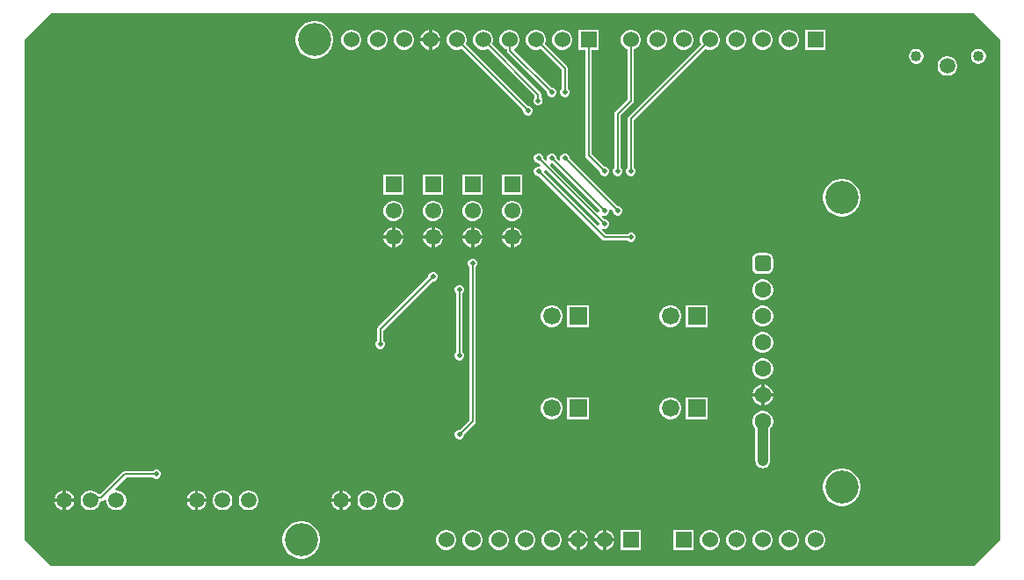
<source format=gbl>
G04*
G04 #@! TF.GenerationSoftware,Altium Limited,Altium Designer,25.2.1 (25)*
G04*
G04 Layer_Physical_Order=2*
G04 Layer_Color=16711680*
%FSLAX44Y44*%
%MOMM*%
G71*
G04*
G04 #@! TF.SameCoordinates,3C1D010B-D615-4C1A-A092-7D16AA53BB1E*
G04*
G04*
G04 #@! TF.FilePolarity,Positive*
G04*
G01*
G75*
%ADD38R,1.6900X1.6900*%
%ADD39C,1.6900*%
%ADD45C,0.2032*%
%ADD47C,1.0160*%
%ADD49C,1.5000*%
%ADD50R,1.5050X1.5050*%
%ADD51C,1.5050*%
%ADD52C,1.0200*%
%ADD53C,1.6000*%
G04:AMPARAMS|DCode=54|XSize=1.6mm|YSize=1.6mm|CornerRadius=0.4mm|HoleSize=0mm|Usage=FLASHONLY|Rotation=270.000|XOffset=0mm|YOffset=0mm|HoleType=Round|Shape=RoundedRectangle|*
%AMROUNDEDRECTD54*
21,1,1.6000,0.8000,0,0,270.0*
21,1,0.8000,1.6000,0,0,270.0*
1,1,0.8000,-0.4000,-0.4000*
1,1,0.8000,-0.4000,0.4000*
1,1,0.8000,0.4000,0.4000*
1,1,0.8000,0.4000,-0.4000*
%
%ADD54ROUNDEDRECTD54*%
%ADD55R,1.5500X1.5500*%
%ADD56C,1.5500*%
%ADD57R,1.5240X1.5240*%
%ADD58C,1.5240*%
%ADD59C,3.2000*%
%ADD60C,0.5000*%
%ADD61C,0.8000*%
G36*
X812800Y508000D02*
Y25400D01*
X787400Y0D01*
X-101600D01*
X-127000Y25400D01*
Y508000D01*
X-101600Y533400D01*
X787400D01*
X812800Y508000D01*
D02*
G37*
%LPC*%
G36*
X265660Y517557D02*
Y509500D01*
X273717D01*
X273124Y511713D01*
X271858Y513907D01*
X270067Y515698D01*
X267873Y516964D01*
X265660Y517557D01*
D02*
G37*
G36*
X262660D02*
X260447Y516964D01*
X258253Y515698D01*
X256462Y513907D01*
X255196Y511713D01*
X254603Y509500D01*
X262660D01*
Y517557D01*
D02*
G37*
G36*
X273717Y506500D02*
X265660D01*
Y498443D01*
X267873Y499036D01*
X270067Y500302D01*
X271858Y502093D01*
X273124Y504287D01*
X273717Y506500D01*
D02*
G37*
G36*
X262660D02*
X254603D01*
X255196Y504287D01*
X256462Y502093D01*
X258253Y500302D01*
X260447Y499036D01*
X262660Y498443D01*
Y506500D01*
D02*
G37*
G36*
X644620Y517620D02*
X625380D01*
Y498380D01*
X644620D01*
Y517620D01*
D02*
G37*
G36*
X610867D02*
X608334D01*
X605887Y516964D01*
X603693Y515698D01*
X601902Y513907D01*
X600636Y511713D01*
X599980Y509267D01*
Y506734D01*
X600636Y504287D01*
X601902Y502093D01*
X603693Y500302D01*
X605887Y499036D01*
X608334Y498380D01*
X610867D01*
X613313Y499036D01*
X615507Y500302D01*
X617298Y502093D01*
X618564Y504287D01*
X619220Y506734D01*
Y509267D01*
X618564Y511713D01*
X617298Y513907D01*
X615507Y515698D01*
X613313Y516964D01*
X610867Y517620D01*
D02*
G37*
G36*
X585466D02*
X582934D01*
X580487Y516964D01*
X578293Y515698D01*
X576502Y513907D01*
X575236Y511713D01*
X574580Y509267D01*
Y506734D01*
X575236Y504287D01*
X576502Y502093D01*
X578293Y500302D01*
X580487Y499036D01*
X582934Y498380D01*
X585466D01*
X587913Y499036D01*
X590107Y500302D01*
X591898Y502093D01*
X593164Y504287D01*
X593820Y506734D01*
Y509267D01*
X593164Y511713D01*
X591898Y513907D01*
X590107Y515698D01*
X587913Y516964D01*
X585466Y517620D01*
D02*
G37*
G36*
X560066D02*
X557533D01*
X555087Y516964D01*
X552893Y515698D01*
X551102Y513907D01*
X549836Y511713D01*
X549180Y509267D01*
Y506734D01*
X549836Y504287D01*
X551102Y502093D01*
X552893Y500302D01*
X555087Y499036D01*
X557533Y498380D01*
X560066D01*
X562513Y499036D01*
X564707Y500302D01*
X566498Y502093D01*
X567764Y504287D01*
X568420Y506734D01*
Y509267D01*
X567764Y511713D01*
X566498Y513907D01*
X564707Y515698D01*
X562513Y516964D01*
X560066Y517620D01*
D02*
G37*
G36*
X534666D02*
X532133D01*
X529687Y516964D01*
X527493Y515698D01*
X525702Y513907D01*
X524436Y511713D01*
X523780Y509267D01*
Y506734D01*
X524436Y504287D01*
X524766Y503715D01*
X455026Y433974D01*
X454359Y432977D01*
X454125Y431800D01*
X454125Y431800D01*
Y384289D01*
X453385Y383549D01*
X452700Y381895D01*
Y380105D01*
X453385Y378451D01*
X454651Y377185D01*
X456305Y376500D01*
X458095D01*
X459749Y377185D01*
X461015Y378451D01*
X461700Y380105D01*
Y381895D01*
X461015Y383549D01*
X460275Y384289D01*
Y430526D01*
X529115Y499366D01*
X529687Y499036D01*
X532133Y498380D01*
X534666D01*
X537113Y499036D01*
X539307Y500302D01*
X541098Y502093D01*
X542364Y504287D01*
X543020Y506734D01*
Y509267D01*
X542364Y511713D01*
X541098Y513907D01*
X539307Y515698D01*
X537113Y516964D01*
X534666Y517620D01*
D02*
G37*
G36*
X509267D02*
X506734D01*
X504287Y516964D01*
X502093Y515698D01*
X500302Y513907D01*
X499036Y511713D01*
X498380Y509267D01*
Y506734D01*
X499036Y504287D01*
X500302Y502093D01*
X502093Y500302D01*
X504287Y499036D01*
X506734Y498380D01*
X509267D01*
X511713Y499036D01*
X513907Y500302D01*
X515698Y502093D01*
X516964Y504287D01*
X517620Y506734D01*
Y509267D01*
X516964Y511713D01*
X515698Y513907D01*
X513907Y515698D01*
X511713Y516964D01*
X509267Y517620D01*
D02*
G37*
G36*
X483867D02*
X481334D01*
X478887Y516964D01*
X476693Y515698D01*
X474902Y513907D01*
X473636Y511713D01*
X472980Y509267D01*
Y506734D01*
X473636Y504287D01*
X474902Y502093D01*
X476693Y500302D01*
X478887Y499036D01*
X481334Y498380D01*
X483867D01*
X486313Y499036D01*
X488507Y500302D01*
X490298Y502093D01*
X491564Y504287D01*
X492220Y506734D01*
Y509267D01*
X491564Y511713D01*
X490298Y513907D01*
X488507Y515698D01*
X486313Y516964D01*
X483867Y517620D01*
D02*
G37*
G36*
X392426D02*
X389893D01*
X387447Y516964D01*
X385253Y515698D01*
X383462Y513907D01*
X382196Y511713D01*
X381540Y509267D01*
Y506734D01*
X382196Y504287D01*
X383462Y502093D01*
X385253Y500302D01*
X387447Y499036D01*
X389893Y498380D01*
X392426D01*
X394873Y499036D01*
X397067Y500302D01*
X398858Y502093D01*
X400124Y504287D01*
X400780Y506734D01*
Y509267D01*
X400124Y511713D01*
X398858Y513907D01*
X397067Y515698D01*
X394873Y516964D01*
X392426Y517620D01*
D02*
G37*
G36*
X240026D02*
X237493D01*
X235047Y516964D01*
X232853Y515698D01*
X231062Y513907D01*
X229796Y511713D01*
X229140Y509267D01*
Y506734D01*
X229796Y504287D01*
X231062Y502093D01*
X232853Y500302D01*
X235047Y499036D01*
X237493Y498380D01*
X240026D01*
X242473Y499036D01*
X244667Y500302D01*
X246458Y502093D01*
X247724Y504287D01*
X248380Y506734D01*
Y509267D01*
X247724Y511713D01*
X246458Y513907D01*
X244667Y515698D01*
X242473Y516964D01*
X240026Y517620D01*
D02*
G37*
G36*
X214627D02*
X212094D01*
X209647Y516964D01*
X207453Y515698D01*
X205662Y513907D01*
X204396Y511713D01*
X203740Y509267D01*
Y506734D01*
X204396Y504287D01*
X205662Y502093D01*
X207453Y500302D01*
X209647Y499036D01*
X212094Y498380D01*
X214627D01*
X217073Y499036D01*
X219267Y500302D01*
X221058Y502093D01*
X222324Y504287D01*
X222980Y506734D01*
Y509267D01*
X222324Y511713D01*
X221058Y513907D01*
X219267Y515698D01*
X217073Y516964D01*
X214627Y517620D01*
D02*
G37*
G36*
X189226D02*
X186693D01*
X184247Y516964D01*
X182053Y515698D01*
X180262Y513907D01*
X178996Y511713D01*
X178340Y509267D01*
Y506734D01*
X178996Y504287D01*
X180262Y502093D01*
X182053Y500302D01*
X184247Y499036D01*
X186693Y498380D01*
X189226D01*
X191673Y499036D01*
X193867Y500302D01*
X195658Y502093D01*
X196924Y504287D01*
X197580Y506734D01*
Y509267D01*
X196924Y511713D01*
X195658Y513907D01*
X193867Y515698D01*
X191673Y516964D01*
X189226Y517620D01*
D02*
G37*
G36*
X154173Y526000D02*
X150627D01*
X147150Y525308D01*
X143874Y523951D01*
X140926Y521982D01*
X138419Y519474D01*
X136449Y516526D01*
X135092Y513250D01*
X134400Y509773D01*
Y506227D01*
X135092Y502750D01*
X136449Y499474D01*
X138419Y496526D01*
X140926Y494019D01*
X143874Y492049D01*
X147150Y490692D01*
X150627Y490000D01*
X154173D01*
X157650Y490692D01*
X160926Y492049D01*
X163874Y494019D01*
X166381Y496526D01*
X168351Y499474D01*
X169708Y502750D01*
X170400Y506227D01*
Y509773D01*
X169708Y513250D01*
X168351Y516526D01*
X166381Y519474D01*
X163874Y521982D01*
X160926Y523951D01*
X157650Y525308D01*
X154173Y526000D01*
D02*
G37*
G36*
X792935Y499100D02*
X791065D01*
X789259Y498616D01*
X787641Y497681D01*
X786319Y496359D01*
X785384Y494740D01*
X784900Y492935D01*
Y491065D01*
X785384Y489259D01*
X786319Y487640D01*
X787641Y486319D01*
X789259Y485384D01*
X791065Y484900D01*
X792935D01*
X794741Y485384D01*
X796359Y486319D01*
X797681Y487640D01*
X798616Y489259D01*
X799100Y491065D01*
Y492935D01*
X798616Y494740D01*
X797681Y496359D01*
X796359Y497681D01*
X794741Y498616D01*
X792935Y499100D01*
D02*
G37*
G36*
X732935D02*
X731065D01*
X729259Y498616D01*
X727641Y497681D01*
X726319Y496359D01*
X725384Y494740D01*
X724900Y492935D01*
Y491065D01*
X725384Y489259D01*
X726319Y487640D01*
X727641Y486319D01*
X729259Y485384D01*
X731065Y484900D01*
X732935D01*
X734741Y485384D01*
X736359Y486319D01*
X737681Y487640D01*
X738616Y489259D01*
X739100Y491065D01*
Y492935D01*
X738616Y494740D01*
X737681Y496359D01*
X736359Y497681D01*
X734741Y498616D01*
X732935Y499100D01*
D02*
G37*
G36*
X763254Y492125D02*
X760746D01*
X758324Y491476D01*
X756152Y490222D01*
X754378Y488448D01*
X753124Y486277D01*
X752475Y483854D01*
Y481346D01*
X753124Y478923D01*
X754378Y476752D01*
X756152Y474978D01*
X758324Y473724D01*
X760746Y473075D01*
X763254D01*
X765676Y473724D01*
X767849Y474978D01*
X769622Y476752D01*
X770876Y478923D01*
X771525Y481346D01*
Y483854D01*
X770876Y486277D01*
X769622Y488448D01*
X767849Y490222D01*
X765676Y491476D01*
X763254Y492125D01*
D02*
G37*
G36*
X367026Y517620D02*
X364493D01*
X362047Y516964D01*
X359853Y515698D01*
X358062Y513907D01*
X356796Y511713D01*
X356140Y509267D01*
Y506734D01*
X356796Y504287D01*
X358062Y502093D01*
X359853Y500302D01*
X362047Y499036D01*
X364493Y498380D01*
X367026D01*
X369473Y499036D01*
X370045Y499366D01*
X390625Y478786D01*
Y460489D01*
X389885Y459749D01*
X389200Y458095D01*
Y456305D01*
X389885Y454651D01*
X391151Y453385D01*
X392805Y452700D01*
X394595D01*
X396249Y453385D01*
X397515Y454651D01*
X398200Y456305D01*
Y458095D01*
X397515Y459749D01*
X396775Y460489D01*
Y480060D01*
X396775Y480060D01*
X396541Y481237D01*
X395874Y482234D01*
X374394Y503715D01*
X374724Y504287D01*
X375380Y506734D01*
Y509267D01*
X374724Y511713D01*
X373458Y513907D01*
X371667Y515698D01*
X369473Y516964D01*
X367026Y517620D01*
D02*
G37*
G36*
X341627D02*
X339094D01*
X336647Y516964D01*
X334453Y515698D01*
X332662Y513907D01*
X331396Y511713D01*
X330740Y509267D01*
Y506734D01*
X331396Y504287D01*
X332662Y502093D01*
X334453Y500302D01*
X336647Y499036D01*
X337793Y498728D01*
Y497332D01*
X337793Y497332D01*
X338027Y496155D01*
X338694Y495158D01*
X376500Y457351D01*
Y456305D01*
X377185Y454651D01*
X378451Y453385D01*
X380105Y452700D01*
X381895D01*
X383549Y453385D01*
X384815Y454651D01*
X385500Y456305D01*
Y458095D01*
X384815Y459749D01*
X383549Y461015D01*
X381895Y461700D01*
X380849D01*
X345182Y497366D01*
X345511Y499866D01*
X346267Y500302D01*
X348058Y502093D01*
X349324Y504287D01*
X349980Y506734D01*
Y509267D01*
X349324Y511713D01*
X348058Y513907D01*
X346267Y515698D01*
X344073Y516964D01*
X341627Y517620D01*
D02*
G37*
G36*
X316227D02*
X313694D01*
X311247Y516964D01*
X309053Y515698D01*
X307262Y513907D01*
X305996Y511713D01*
X305340Y509267D01*
Y506734D01*
X305996Y504287D01*
X307262Y502093D01*
X309053Y500302D01*
X311247Y499036D01*
X313694Y498380D01*
X316227D01*
X318673Y499036D01*
X319245Y499366D01*
X364165Y454446D01*
Y452185D01*
X363872Y451892D01*
X363187Y450238D01*
Y448448D01*
X363872Y446794D01*
X365137Y445528D01*
X366791Y444843D01*
X368582D01*
X370236Y445528D01*
X371502Y446794D01*
X372187Y448448D01*
Y450238D01*
X371502Y451892D01*
X370762Y452632D01*
Y455273D01*
X370528Y456450D01*
X369861Y457448D01*
X369861Y457448D01*
X323594Y503715D01*
X323924Y504287D01*
X324580Y506734D01*
Y509267D01*
X323924Y511713D01*
X322658Y513907D01*
X320867Y515698D01*
X318673Y516964D01*
X316227Y517620D01*
D02*
G37*
G36*
X290826D02*
X288293D01*
X285847Y516964D01*
X283653Y515698D01*
X281862Y513907D01*
X280596Y511713D01*
X279940Y509267D01*
Y506734D01*
X280596Y504287D01*
X281862Y502093D01*
X283653Y500302D01*
X285847Y499036D01*
X288293Y498380D01*
X290826D01*
X293273Y499036D01*
X293845Y499366D01*
X353494Y439717D01*
Y438507D01*
X354179Y436853D01*
X355445Y435587D01*
X357099Y434902D01*
X358889D01*
X360543Y435587D01*
X361809Y436853D01*
X362494Y438507D01*
Y440297D01*
X361809Y441951D01*
X360543Y443217D01*
X358889Y443902D01*
X358007D01*
X298194Y503715D01*
X298524Y504287D01*
X299180Y506734D01*
Y509267D01*
X298524Y511713D01*
X297258Y513907D01*
X295467Y515698D01*
X293273Y516964D01*
X290826Y517620D01*
D02*
G37*
G36*
X394595Y398200D02*
X392805D01*
X391151Y397515D01*
X389885Y396249D01*
X389200Y394595D01*
Y392805D01*
X389290Y392587D01*
X387595Y391454D01*
X385500Y393549D01*
Y394595D01*
X384815Y396249D01*
X383549Y397515D01*
X381895Y398200D01*
X380105D01*
X378451Y397515D01*
X377185Y396249D01*
X376500Y394595D01*
Y392805D01*
X376590Y392587D01*
X374895Y391454D01*
X372800Y393549D01*
Y394595D01*
X372115Y396249D01*
X370849Y397515D01*
X369195Y398200D01*
X367405D01*
X365751Y397515D01*
X364485Y396249D01*
X363800Y394595D01*
Y392805D01*
X364485Y391151D01*
X365751Y389885D01*
X367405Y389200D01*
X368451D01*
X370546Y387105D01*
X369413Y385410D01*
X369195Y385500D01*
X367405D01*
X365751Y384815D01*
X364485Y383549D01*
X363800Y381895D01*
Y380105D01*
X364485Y378451D01*
X365751Y377185D01*
X367405Y376500D01*
X368451D01*
X429626Y315326D01*
X430623Y314659D01*
X431800Y314425D01*
X431800Y314425D01*
X453911D01*
X454651Y313685D01*
X456305Y313000D01*
X458095D01*
X459749Y313685D01*
X461015Y314951D01*
X461700Y316605D01*
Y318395D01*
X461015Y320049D01*
X459749Y321315D01*
X458095Y322000D01*
X456305D01*
X454651Y321315D01*
X453911Y320575D01*
X433074D01*
X429554Y324095D01*
X430687Y325790D01*
X430905Y325700D01*
X432695D01*
X434349Y326385D01*
X435615Y327651D01*
X436300Y329305D01*
Y331095D01*
X435615Y332749D01*
X434349Y334015D01*
X432695Y334700D01*
X431649D01*
X429554Y336795D01*
X430687Y338490D01*
X430905Y338400D01*
X432695D01*
X434349Y339085D01*
X435615Y340351D01*
X436300Y342005D01*
Y343795D01*
X436210Y344013D01*
X437905Y345146D01*
X440000Y343051D01*
Y342005D01*
X440685Y340351D01*
X441951Y339085D01*
X443605Y338400D01*
X445395D01*
X447049Y339085D01*
X448315Y340351D01*
X449000Y342005D01*
Y343795D01*
X448315Y345449D01*
X447049Y346715D01*
X445395Y347400D01*
X444349D01*
X398200Y393549D01*
Y394595D01*
X397515Y396249D01*
X396249Y397515D01*
X394595Y398200D01*
D02*
G37*
G36*
X458466Y517620D02*
X455933D01*
X453487Y516964D01*
X451293Y515698D01*
X449502Y513907D01*
X448236Y511713D01*
X447580Y509267D01*
Y506734D01*
X448236Y504287D01*
X449502Y502093D01*
X451293Y500302D01*
X453487Y499036D01*
X454125Y498865D01*
Y450337D01*
X442326Y438537D01*
X441659Y437540D01*
X441425Y436363D01*
X441425Y436363D01*
Y384289D01*
X440685Y383549D01*
X440000Y381895D01*
Y380105D01*
X440685Y378451D01*
X441951Y377185D01*
X443605Y376500D01*
X445395D01*
X447049Y377185D01*
X448315Y378451D01*
X449000Y380105D01*
Y381895D01*
X448315Y383549D01*
X447575Y384289D01*
Y435089D01*
X459374Y446889D01*
X459374Y446889D01*
X460041Y447886D01*
X460275Y449063D01*
X460275Y449063D01*
Y498865D01*
X460913Y499036D01*
X463107Y500302D01*
X464898Y502093D01*
X466164Y504287D01*
X466820Y506734D01*
Y509267D01*
X466164Y511713D01*
X464898Y513907D01*
X463107Y515698D01*
X460913Y516964D01*
X458466Y517620D01*
D02*
G37*
G36*
X426180D02*
X406940D01*
Y498380D01*
X413485D01*
Y396240D01*
X413485Y396240D01*
X413719Y395063D01*
X414386Y394066D01*
X427300Y381151D01*
Y380105D01*
X427985Y378451D01*
X429251Y377185D01*
X430905Y376500D01*
X432695D01*
X434349Y377185D01*
X435615Y378451D01*
X436300Y380105D01*
Y381895D01*
X435615Y383549D01*
X434349Y384815D01*
X432695Y385500D01*
X431649D01*
X419635Y397514D01*
Y498380D01*
X426180D01*
Y517620D01*
D02*
G37*
G36*
X352650Y378050D02*
X333150D01*
Y358550D01*
X352650D01*
Y378050D01*
D02*
G37*
G36*
X314550D02*
X295050D01*
Y358550D01*
X314550D01*
Y378050D01*
D02*
G37*
G36*
X276450D02*
X256950D01*
Y358550D01*
X276450D01*
Y378050D01*
D02*
G37*
G36*
X238350D02*
X218850D01*
Y358550D01*
X238350D01*
Y378050D01*
D02*
G37*
G36*
X662173Y373600D02*
X658627D01*
X655150Y372908D01*
X651874Y371551D01*
X648926Y369581D01*
X646419Y367074D01*
X644449Y364126D01*
X643092Y360850D01*
X642400Y357373D01*
Y353827D01*
X643092Y350350D01*
X644449Y347074D01*
X646419Y344126D01*
X648926Y341618D01*
X651874Y339649D01*
X655150Y338292D01*
X658627Y337600D01*
X662173D01*
X665650Y338292D01*
X668926Y339649D01*
X671874Y341618D01*
X674381Y344126D01*
X676351Y347074D01*
X677708Y350350D01*
X678400Y353827D01*
Y357373D01*
X677708Y360850D01*
X676351Y364126D01*
X674381Y367074D01*
X671874Y369581D01*
X668926Y371551D01*
X665650Y372908D01*
X662173Y373600D01*
D02*
G37*
G36*
X344184Y352650D02*
X341616D01*
X339137Y351986D01*
X336913Y350702D01*
X335098Y348887D01*
X333815Y346663D01*
X333150Y344184D01*
Y341616D01*
X333815Y339137D01*
X335098Y336913D01*
X336913Y335098D01*
X339137Y333815D01*
X341616Y333150D01*
X344184D01*
X346663Y333815D01*
X348887Y335098D01*
X350702Y336913D01*
X351986Y339137D01*
X352650Y341616D01*
Y344184D01*
X351986Y346663D01*
X350702Y348887D01*
X348887Y350702D01*
X346663Y351986D01*
X344184Y352650D01*
D02*
G37*
G36*
X306084D02*
X303516D01*
X301037Y351986D01*
X298813Y350702D01*
X296998Y348887D01*
X295714Y346663D01*
X295050Y344184D01*
Y341616D01*
X295714Y339137D01*
X296998Y336913D01*
X298813Y335098D01*
X301037Y333815D01*
X303516Y333150D01*
X306084D01*
X308563Y333815D01*
X310787Y335098D01*
X312602Y336913D01*
X313885Y339137D01*
X314550Y341616D01*
Y344184D01*
X313885Y346663D01*
X312602Y348887D01*
X310787Y350702D01*
X308563Y351986D01*
X306084Y352650D01*
D02*
G37*
G36*
X267984D02*
X265416D01*
X262937Y351986D01*
X260713Y350702D01*
X258898Y348887D01*
X257614Y346663D01*
X256950Y344184D01*
Y341616D01*
X257614Y339137D01*
X258898Y336913D01*
X260713Y335098D01*
X262937Y333815D01*
X265416Y333150D01*
X267984D01*
X270463Y333815D01*
X272687Y335098D01*
X274502Y336913D01*
X275786Y339137D01*
X276450Y341616D01*
Y344184D01*
X275786Y346663D01*
X274502Y348887D01*
X272687Y350702D01*
X270463Y351986D01*
X267984Y352650D01*
D02*
G37*
G36*
X229884D02*
X227316D01*
X224837Y351986D01*
X222613Y350702D01*
X220798Y348887D01*
X219515Y346663D01*
X218850Y344184D01*
Y341616D01*
X219515Y339137D01*
X220798Y336913D01*
X222613Y335098D01*
X224837Y333815D01*
X227316Y333150D01*
X229884D01*
X232363Y333815D01*
X234587Y335098D01*
X236402Y336913D01*
X237686Y339137D01*
X238350Y341616D01*
Y344184D01*
X237686Y346663D01*
X236402Y348887D01*
X234587Y350702D01*
X232363Y351986D01*
X229884Y352650D01*
D02*
G37*
G36*
X344400Y327192D02*
Y319000D01*
X352592D01*
X351986Y321263D01*
X350702Y323487D01*
X348887Y325302D01*
X346663Y326586D01*
X344400Y327192D01*
D02*
G37*
G36*
X306300D02*
Y319000D01*
X314492D01*
X313885Y321263D01*
X312602Y323487D01*
X310787Y325302D01*
X308563Y326586D01*
X306300Y327192D01*
D02*
G37*
G36*
X268200D02*
Y319000D01*
X276392D01*
X275786Y321263D01*
X274502Y323487D01*
X272687Y325302D01*
X270463Y326586D01*
X268200Y327192D01*
D02*
G37*
G36*
X230100D02*
Y319000D01*
X238292D01*
X237686Y321263D01*
X236402Y323487D01*
X234587Y325302D01*
X232363Y326586D01*
X230100Y327192D01*
D02*
G37*
G36*
X341400D02*
X339137Y326586D01*
X336913Y325302D01*
X335098Y323487D01*
X333815Y321263D01*
X333208Y319000D01*
X341400D01*
Y327192D01*
D02*
G37*
G36*
X303300D02*
X301037Y326586D01*
X298813Y325302D01*
X296998Y323487D01*
X295714Y321263D01*
X295108Y319000D01*
X303300D01*
Y327192D01*
D02*
G37*
G36*
X265200D02*
X262937Y326586D01*
X260713Y325302D01*
X258898Y323487D01*
X257614Y321263D01*
X257008Y319000D01*
X265200D01*
Y327192D01*
D02*
G37*
G36*
X227100D02*
X224837Y326586D01*
X222613Y325302D01*
X220798Y323487D01*
X219515Y321263D01*
X218908Y319000D01*
X227100D01*
Y327192D01*
D02*
G37*
G36*
X314492Y316000D02*
X306300D01*
Y307808D01*
X308563Y308414D01*
X310787Y309698D01*
X312602Y311513D01*
X313885Y313737D01*
X314492Y316000D01*
D02*
G37*
G36*
X238292D02*
X230100D01*
Y307808D01*
X232363Y308414D01*
X234587Y309698D01*
X236402Y311513D01*
X237686Y313737D01*
X238292Y316000D01*
D02*
G37*
G36*
X352592D02*
X344400D01*
Y307808D01*
X346663Y308414D01*
X348887Y309698D01*
X350702Y311513D01*
X351986Y313737D01*
X352592Y316000D01*
D02*
G37*
G36*
X276392D02*
X268200D01*
Y307808D01*
X270463Y308414D01*
X272687Y309698D01*
X274502Y311513D01*
X275786Y313737D01*
X276392Y316000D01*
D02*
G37*
G36*
X341400D02*
X333208D01*
X333815Y313737D01*
X335098Y311513D01*
X336913Y309698D01*
X339137Y308414D01*
X341400Y307808D01*
Y316000D01*
D02*
G37*
G36*
X265200D02*
X257008D01*
X257614Y313737D01*
X258898Y311513D01*
X260713Y309698D01*
X262937Y308414D01*
X265200Y307808D01*
Y316000D01*
D02*
G37*
G36*
X303300D02*
X295108D01*
X295714Y313737D01*
X296998Y311513D01*
X298813Y309698D01*
X301037Y308414D01*
X303300Y307808D01*
Y316000D01*
D02*
G37*
G36*
X227100D02*
X218908D01*
X219515Y313737D01*
X220798Y311513D01*
X222613Y309698D01*
X224837Y308414D01*
X227100Y307808D01*
Y316000D01*
D02*
G37*
G36*
X588200Y302218D02*
X580200D01*
X577859Y301752D01*
X575874Y300426D01*
X574548Y298441D01*
X574082Y296100D01*
Y288100D01*
X574548Y285759D01*
X575874Y283774D01*
X577859Y282448D01*
X580200Y281982D01*
X588200D01*
X590541Y282448D01*
X592526Y283774D01*
X593852Y285759D01*
X594318Y288100D01*
Y296100D01*
X593852Y298441D01*
X592526Y300426D01*
X590541Y301752D01*
X588200Y302218D01*
D02*
G37*
G36*
X585517Y276700D02*
X582883D01*
X580340Y276019D01*
X578060Y274702D01*
X576198Y272840D01*
X574882Y270560D01*
X574200Y268016D01*
Y265383D01*
X574882Y262840D01*
X576198Y260560D01*
X578060Y258698D01*
X580340Y257381D01*
X582883Y256700D01*
X585517D01*
X588060Y257381D01*
X590340Y258698D01*
X592202Y260560D01*
X593518Y262840D01*
X594200Y265383D01*
Y268016D01*
X593518Y270560D01*
X592202Y272840D01*
X590340Y274702D01*
X588060Y276019D01*
X585517Y276700D01*
D02*
G37*
G36*
Y251300D02*
X582883D01*
X580340Y250618D01*
X578060Y249302D01*
X576198Y247440D01*
X574882Y245160D01*
X574200Y242617D01*
Y239984D01*
X574882Y237440D01*
X576198Y235160D01*
X578060Y233298D01*
X580340Y231982D01*
X582883Y231300D01*
X585517D01*
X588060Y231982D01*
X590340Y233298D01*
X592202Y235160D01*
X593518Y237440D01*
X594200Y239984D01*
Y242617D01*
X593518Y245160D01*
X592202Y247440D01*
X590340Y249302D01*
X588060Y250618D01*
X585517Y251300D01*
D02*
G37*
G36*
X531150Y251750D02*
X510250D01*
Y230850D01*
X531150D01*
Y251750D01*
D02*
G37*
G36*
X496676D02*
X493924D01*
X491267Y251038D01*
X488884Y249662D01*
X486938Y247716D01*
X485562Y245333D01*
X484850Y242676D01*
Y239924D01*
X485562Y237267D01*
X486938Y234884D01*
X488884Y232938D01*
X491267Y231562D01*
X493924Y230850D01*
X496676D01*
X499333Y231562D01*
X501716Y232938D01*
X503662Y234884D01*
X505038Y237267D01*
X505750Y239924D01*
Y242676D01*
X505038Y245333D01*
X503662Y247716D01*
X501716Y249662D01*
X499333Y251038D01*
X496676Y251750D01*
D02*
G37*
G36*
X416850D02*
X395950D01*
Y230850D01*
X416850D01*
Y251750D01*
D02*
G37*
G36*
X382376D02*
X379624D01*
X376967Y251038D01*
X374584Y249662D01*
X372638Y247716D01*
X371262Y245333D01*
X370550Y242676D01*
Y239924D01*
X371262Y237267D01*
X372638Y234884D01*
X374584Y232938D01*
X376967Y231562D01*
X379624Y230850D01*
X382376D01*
X385033Y231562D01*
X387416Y232938D01*
X389362Y234884D01*
X390738Y237267D01*
X391450Y239924D01*
Y242676D01*
X390738Y245333D01*
X389362Y247716D01*
X387416Y249662D01*
X385033Y251038D01*
X382376Y251750D01*
D02*
G37*
G36*
X267595Y283900D02*
X265805D01*
X264151Y283215D01*
X262885Y281949D01*
X262200Y280295D01*
Y279249D01*
X213726Y230774D01*
X213059Y229777D01*
X212825Y228600D01*
X212825Y228600D01*
Y217662D01*
X211874Y216712D01*
X211189Y215058D01*
Y213268D01*
X211874Y211614D01*
X213140Y210348D01*
X214794Y209663D01*
X216584D01*
X218238Y210348D01*
X219504Y211614D01*
X220189Y213268D01*
Y215058D01*
X219504Y216712D01*
X218975Y217241D01*
Y227326D01*
X266549Y274900D01*
X267595D01*
X269249Y275585D01*
X270515Y276851D01*
X271200Y278505D01*
Y280295D01*
X270515Y281949D01*
X269249Y283215D01*
X267595Y283900D01*
D02*
G37*
G36*
X585517Y225900D02*
X582883D01*
X580340Y225219D01*
X578060Y223902D01*
X576198Y222040D01*
X574882Y219760D01*
X574200Y217216D01*
Y214583D01*
X574882Y212040D01*
X576198Y209760D01*
X578060Y207898D01*
X580340Y206581D01*
X582883Y205900D01*
X585517D01*
X588060Y206581D01*
X590340Y207898D01*
X592202Y209760D01*
X593518Y212040D01*
X594200Y214583D01*
Y217216D01*
X593518Y219760D01*
X592202Y222040D01*
X590340Y223902D01*
X588060Y225219D01*
X585517Y225900D01*
D02*
G37*
G36*
X292995Y271200D02*
X291205D01*
X289551Y270515D01*
X288285Y269249D01*
X287600Y267595D01*
Y265805D01*
X288285Y264151D01*
X289025Y263411D01*
Y206489D01*
X288285Y205749D01*
X287600Y204095D01*
Y202305D01*
X288285Y200651D01*
X289551Y199385D01*
X291205Y198700D01*
X292995D01*
X294649Y199385D01*
X295915Y200651D01*
X296600Y202305D01*
Y204095D01*
X295915Y205749D01*
X295175Y206489D01*
Y263411D01*
X295915Y264151D01*
X296600Y265805D01*
Y267595D01*
X295915Y269249D01*
X294649Y270515D01*
X292995Y271200D01*
D02*
G37*
G36*
X585517Y200500D02*
X582883D01*
X580340Y199818D01*
X578060Y198502D01*
X576198Y196640D01*
X574882Y194360D01*
X574200Y191817D01*
Y189184D01*
X574882Y186640D01*
X576198Y184360D01*
X578060Y182498D01*
X580340Y181182D01*
X582883Y180500D01*
X585517D01*
X588060Y181182D01*
X590340Y182498D01*
X592202Y184360D01*
X593518Y186640D01*
X594200Y189184D01*
Y191817D01*
X593518Y194360D01*
X592202Y196640D01*
X590340Y198502D01*
X588060Y199818D01*
X585517Y200500D01*
D02*
G37*
G36*
X585700Y175051D02*
Y166600D01*
X594151D01*
X593518Y168960D01*
X592202Y171240D01*
X590340Y173102D01*
X588060Y174419D01*
X585700Y175051D01*
D02*
G37*
G36*
X582700D02*
X580340Y174419D01*
X578060Y173102D01*
X576198Y171240D01*
X574882Y168960D01*
X574249Y166600D01*
X582700D01*
Y175051D01*
D02*
G37*
G36*
X594151Y163600D02*
X585700D01*
Y155149D01*
X588060Y155781D01*
X590340Y157098D01*
X592202Y158960D01*
X593518Y161240D01*
X594151Y163600D01*
D02*
G37*
G36*
X582700D02*
X574249D01*
X574882Y161240D01*
X576198Y158960D01*
X578060Y157098D01*
X580340Y155781D01*
X582700Y155149D01*
Y163600D01*
D02*
G37*
G36*
X531150Y162850D02*
X510250D01*
Y141950D01*
X531150D01*
Y162850D01*
D02*
G37*
G36*
X496676D02*
X493924D01*
X491267Y162138D01*
X488884Y160762D01*
X486938Y158816D01*
X485562Y156433D01*
X484850Y153776D01*
Y151024D01*
X485562Y148366D01*
X486938Y145984D01*
X488884Y144038D01*
X491267Y142662D01*
X493924Y141950D01*
X496676D01*
X499333Y142662D01*
X501716Y144038D01*
X503662Y145984D01*
X505038Y148366D01*
X505750Y151024D01*
Y153776D01*
X505038Y156433D01*
X503662Y158816D01*
X501716Y160762D01*
X499333Y162138D01*
X496676Y162850D01*
D02*
G37*
G36*
X416850D02*
X395950D01*
Y141950D01*
X416850D01*
Y162850D01*
D02*
G37*
G36*
X382376D02*
X379624D01*
X376967Y162138D01*
X374584Y160762D01*
X372638Y158816D01*
X371262Y156433D01*
X370550Y153776D01*
Y151024D01*
X371262Y148366D01*
X372638Y145984D01*
X374584Y144038D01*
X376967Y142662D01*
X379624Y141950D01*
X382376D01*
X385033Y142662D01*
X387416Y144038D01*
X389362Y145984D01*
X390738Y148366D01*
X391450Y151024D01*
Y153776D01*
X390738Y156433D01*
X389362Y158816D01*
X387416Y160762D01*
X385033Y162138D01*
X382376Y162850D01*
D02*
G37*
G36*
X305695Y296600D02*
X303905D01*
X302251Y295915D01*
X300985Y294649D01*
X300300Y292995D01*
Y291205D01*
X300985Y289551D01*
X301725Y288811D01*
Y140974D01*
X292251Y131500D01*
X291205D01*
X289551Y130815D01*
X288285Y129549D01*
X287600Y127895D01*
Y126105D01*
X288285Y124451D01*
X289551Y123185D01*
X291205Y122500D01*
X292995D01*
X294649Y123185D01*
X295915Y124451D01*
X296600Y126105D01*
Y127151D01*
X306974Y137526D01*
X306974Y137526D01*
X307641Y138523D01*
X307875Y139700D01*
X307875Y139700D01*
Y288811D01*
X308615Y289551D01*
X309300Y291205D01*
Y292995D01*
X308615Y294649D01*
X307349Y295915D01*
X305695Y296600D01*
D02*
G37*
G36*
X585517Y149700D02*
X582883D01*
X580340Y149018D01*
X578060Y147702D01*
X576198Y145840D01*
X574882Y143560D01*
X574200Y141017D01*
Y138384D01*
X574882Y135840D01*
X576198Y133560D01*
X577059Y132699D01*
Y101600D01*
X577302Y99752D01*
X578016Y98029D01*
X579151Y96551D01*
X580630Y95416D01*
X582352Y94702D01*
X584200Y94459D01*
X586048Y94702D01*
X587771Y95416D01*
X589249Y96551D01*
X590384Y98029D01*
X591098Y99752D01*
X591341Y101600D01*
Y132699D01*
X592202Y133560D01*
X593518Y135840D01*
X594200Y138384D01*
Y141017D01*
X593518Y143560D01*
X592202Y145840D01*
X590340Y147702D01*
X588060Y149018D01*
X585517Y149700D01*
D02*
G37*
G36*
X895Y93400D02*
X-895D01*
X-2549Y92715D01*
X-3289Y91975D01*
X-29995D01*
X-29995Y91975D01*
X-31172Y91741D01*
X-32170Y91074D01*
X-53896Y69348D01*
X-55898Y69333D01*
X-57667Y71102D01*
X-59833Y72353D01*
X-62249Y73000D01*
X-64751D01*
X-67167Y72353D01*
X-69333Y71102D01*
X-71102Y69333D01*
X-72353Y67167D01*
X-73000Y64751D01*
Y62249D01*
X-72353Y59833D01*
X-71102Y57667D01*
X-69333Y55898D01*
X-67167Y54647D01*
X-64751Y54000D01*
X-62249D01*
X-59833Y54647D01*
X-57667Y55898D01*
X-55898Y57667D01*
X-54647Y59833D01*
X-54000Y62249D01*
X-52952Y62868D01*
X-51775Y63102D01*
X-50778Y63769D01*
X-50000Y64547D01*
X-48000Y63718D01*
Y62249D01*
X-47353Y59833D01*
X-46102Y57667D01*
X-44333Y55898D01*
X-42167Y54647D01*
X-39751Y54000D01*
X-37249D01*
X-34833Y54647D01*
X-32667Y55898D01*
X-30898Y57667D01*
X-29647Y59833D01*
X-29000Y62249D01*
Y64751D01*
X-29647Y67167D01*
X-30898Y69333D01*
X-32667Y71102D01*
X-34833Y72353D01*
X-37249Y73000D01*
X-38718D01*
X-39547Y75000D01*
X-28722Y85825D01*
X-3289D01*
X-2549Y85085D01*
X-895Y84400D01*
X895D01*
X2549Y85085D01*
X3815Y86351D01*
X4500Y88005D01*
Y89795D01*
X3815Y91449D01*
X2549Y92715D01*
X895Y93400D01*
D02*
G37*
G36*
X40400Y72933D02*
Y65000D01*
X48333D01*
X47753Y67167D01*
X46502Y69333D01*
X44733Y71102D01*
X42567Y72353D01*
X40400Y72933D01*
D02*
G37*
G36*
X-87000D02*
Y65000D01*
X-79067D01*
X-79647Y67167D01*
X-80898Y69333D01*
X-82667Y71102D01*
X-84833Y72353D01*
X-87000Y72933D01*
D02*
G37*
G36*
X179700D02*
Y65000D01*
X187633D01*
X187053Y67167D01*
X185802Y69333D01*
X184033Y71102D01*
X181867Y72353D01*
X179700Y72933D01*
D02*
G37*
G36*
X176700D02*
X174533Y72353D01*
X172367Y71102D01*
X170598Y69333D01*
X169347Y67167D01*
X168767Y65000D01*
X176700D01*
Y72933D01*
D02*
G37*
G36*
X37400D02*
X35233Y72353D01*
X33067Y71102D01*
X31298Y69333D01*
X30047Y67167D01*
X29467Y65000D01*
X37400D01*
Y72933D01*
D02*
G37*
G36*
X-90000D02*
X-92167Y72353D01*
X-94333Y71102D01*
X-96102Y69333D01*
X-97353Y67167D01*
X-97933Y65000D01*
X-90000D01*
Y72933D01*
D02*
G37*
G36*
X662173Y94200D02*
X658627D01*
X655150Y93508D01*
X651874Y92151D01*
X648926Y90182D01*
X646419Y87674D01*
X644449Y84726D01*
X643092Y81450D01*
X642400Y77973D01*
Y74427D01*
X643092Y70950D01*
X644449Y67674D01*
X646419Y64726D01*
X648926Y62218D01*
X651874Y60249D01*
X655150Y58892D01*
X658627Y58200D01*
X662173D01*
X665650Y58892D01*
X668926Y60249D01*
X671874Y62218D01*
X674381Y64726D01*
X676351Y67674D01*
X677708Y70950D01*
X678400Y74427D01*
Y77973D01*
X677708Y81450D01*
X676351Y84726D01*
X674381Y87674D01*
X671874Y90182D01*
X668926Y92151D01*
X665650Y93508D01*
X662173Y94200D01*
D02*
G37*
G36*
X187633Y62000D02*
X179700D01*
Y54067D01*
X181867Y54647D01*
X184033Y55898D01*
X185802Y57667D01*
X187053Y59833D01*
X187633Y62000D01*
D02*
G37*
G36*
X48333D02*
X40400D01*
Y54067D01*
X42567Y54647D01*
X44733Y55898D01*
X46502Y57667D01*
X47753Y59833D01*
X48333Y62000D01*
D02*
G37*
G36*
X-79067D02*
X-87000D01*
Y54067D01*
X-84833Y54647D01*
X-82667Y55898D01*
X-80898Y57667D01*
X-79647Y59833D01*
X-79067Y62000D01*
D02*
G37*
G36*
X176700D02*
X168767D01*
X169347Y59833D01*
X170598Y57667D01*
X172367Y55898D01*
X174533Y54647D01*
X176700Y54067D01*
Y62000D01*
D02*
G37*
G36*
X37400D02*
X29467D01*
X30047Y59833D01*
X31298Y57667D01*
X33067Y55898D01*
X35233Y54647D01*
X37400Y54067D01*
Y62000D01*
D02*
G37*
G36*
X-90000D02*
X-97933D01*
X-97353Y59833D01*
X-96102Y57667D01*
X-94333Y55898D01*
X-92167Y54647D01*
X-90000Y54067D01*
Y62000D01*
D02*
G37*
G36*
X229451Y73000D02*
X226949D01*
X224533Y72353D01*
X222367Y71102D01*
X220598Y69333D01*
X219347Y67167D01*
X218700Y64751D01*
Y62249D01*
X219347Y59833D01*
X220598Y57667D01*
X222367Y55898D01*
X224533Y54647D01*
X226949Y54000D01*
X229451D01*
X231867Y54647D01*
X234033Y55898D01*
X235802Y57667D01*
X237053Y59833D01*
X237700Y62249D01*
Y64751D01*
X237053Y67167D01*
X235802Y69333D01*
X234033Y71102D01*
X231867Y72353D01*
X229451Y73000D01*
D02*
G37*
G36*
X204451D02*
X201949D01*
X199533Y72353D01*
X197367Y71102D01*
X195598Y69333D01*
X194347Y67167D01*
X193700Y64751D01*
Y62249D01*
X194347Y59833D01*
X195598Y57667D01*
X197367Y55898D01*
X199533Y54647D01*
X201949Y54000D01*
X204451D01*
X206867Y54647D01*
X209033Y55898D01*
X210802Y57667D01*
X212053Y59833D01*
X212700Y62249D01*
Y64751D01*
X212053Y67167D01*
X210802Y69333D01*
X209033Y71102D01*
X206867Y72353D01*
X204451Y73000D01*
D02*
G37*
G36*
X90151D02*
X87649D01*
X85233Y72353D01*
X83067Y71102D01*
X81298Y69333D01*
X80047Y67167D01*
X79400Y64751D01*
Y62249D01*
X80047Y59833D01*
X81298Y57667D01*
X83067Y55898D01*
X85233Y54647D01*
X87649Y54000D01*
X90151D01*
X92567Y54647D01*
X94733Y55898D01*
X96502Y57667D01*
X97753Y59833D01*
X98400Y62249D01*
Y64751D01*
X97753Y67167D01*
X96502Y69333D01*
X94733Y71102D01*
X92567Y72353D01*
X90151Y73000D01*
D02*
G37*
G36*
X65151D02*
X62649D01*
X60233Y72353D01*
X58067Y71102D01*
X56298Y69333D01*
X55047Y67167D01*
X54400Y64751D01*
Y62249D01*
X55047Y59833D01*
X56298Y57667D01*
X58067Y55898D01*
X60233Y54647D01*
X62649Y54000D01*
X65151D01*
X67567Y54647D01*
X69733Y55898D01*
X71502Y57667D01*
X72753Y59833D01*
X73400Y62249D01*
Y64751D01*
X72753Y67167D01*
X71502Y69333D01*
X69733Y71102D01*
X67567Y72353D01*
X65151Y73000D01*
D02*
G37*
G36*
X433300Y34957D02*
Y26900D01*
X441357D01*
X440764Y29113D01*
X439498Y31307D01*
X437707Y33098D01*
X435513Y34364D01*
X433300Y34957D01*
D02*
G37*
G36*
X407900D02*
Y26900D01*
X415957D01*
X415364Y29113D01*
X414098Y31307D01*
X412307Y33098D01*
X410113Y34364D01*
X407900Y34957D01*
D02*
G37*
G36*
X430300D02*
X428087Y34364D01*
X425893Y33098D01*
X424102Y31307D01*
X422836Y29113D01*
X422243Y26900D01*
X430300D01*
Y34957D01*
D02*
G37*
G36*
X404900D02*
X402687Y34364D01*
X400493Y33098D01*
X398702Y31307D01*
X397436Y29113D01*
X396843Y26900D01*
X404900D01*
Y34957D01*
D02*
G37*
G36*
X441357Y23900D02*
X433300D01*
Y15843D01*
X435513Y16436D01*
X437707Y17702D01*
X439498Y19493D01*
X440764Y21687D01*
X441357Y23900D01*
D02*
G37*
G36*
X415957D02*
X407900D01*
Y15843D01*
X410113Y16436D01*
X412307Y17702D01*
X414098Y19493D01*
X415364Y21687D01*
X415957Y23900D01*
D02*
G37*
G36*
X430300D02*
X422243D01*
X422836Y21687D01*
X424102Y19493D01*
X425893Y17702D01*
X428087Y16436D01*
X430300Y15843D01*
Y23900D01*
D02*
G37*
G36*
X404900D02*
X396843D01*
X397436Y21687D01*
X398702Y19493D01*
X400493Y17702D01*
X402687Y16436D01*
X404900Y15843D01*
Y23900D01*
D02*
G37*
G36*
X636267Y35020D02*
X633733D01*
X631287Y34364D01*
X629093Y33098D01*
X627302Y31307D01*
X626036Y29113D01*
X625380Y26667D01*
Y24134D01*
X626036Y21687D01*
X627302Y19493D01*
X629093Y17702D01*
X631287Y16436D01*
X633733Y15780D01*
X636267D01*
X638713Y16436D01*
X640907Y17702D01*
X642698Y19493D01*
X643964Y21687D01*
X644620Y24134D01*
Y26667D01*
X643964Y29113D01*
X642698Y31307D01*
X640907Y33098D01*
X638713Y34364D01*
X636267Y35020D01*
D02*
G37*
G36*
X610867D02*
X608334D01*
X605887Y34364D01*
X603693Y33098D01*
X601902Y31307D01*
X600636Y29113D01*
X599980Y26667D01*
Y24134D01*
X600636Y21687D01*
X601902Y19493D01*
X603693Y17702D01*
X605887Y16436D01*
X608334Y15780D01*
X610867D01*
X613313Y16436D01*
X615507Y17702D01*
X617298Y19493D01*
X618564Y21687D01*
X619220Y24134D01*
Y26667D01*
X618564Y29113D01*
X617298Y31307D01*
X615507Y33098D01*
X613313Y34364D01*
X610867Y35020D01*
D02*
G37*
G36*
X585466D02*
X582934D01*
X580487Y34364D01*
X578293Y33098D01*
X576502Y31307D01*
X575236Y29113D01*
X574580Y26667D01*
Y24134D01*
X575236Y21687D01*
X576502Y19493D01*
X578293Y17702D01*
X580487Y16436D01*
X582934Y15780D01*
X585466D01*
X587913Y16436D01*
X590107Y17702D01*
X591898Y19493D01*
X593164Y21687D01*
X593820Y24134D01*
Y26667D01*
X593164Y29113D01*
X591898Y31307D01*
X590107Y33098D01*
X587913Y34364D01*
X585466Y35020D01*
D02*
G37*
G36*
X560066D02*
X557533D01*
X555087Y34364D01*
X552893Y33098D01*
X551102Y31307D01*
X549836Y29113D01*
X549180Y26667D01*
Y24134D01*
X549836Y21687D01*
X551102Y19493D01*
X552893Y17702D01*
X555087Y16436D01*
X557533Y15780D01*
X560066D01*
X562513Y16436D01*
X564707Y17702D01*
X566498Y19493D01*
X567764Y21687D01*
X568420Y24134D01*
Y26667D01*
X567764Y29113D01*
X566498Y31307D01*
X564707Y33098D01*
X562513Y34364D01*
X560066Y35020D01*
D02*
G37*
G36*
X534666D02*
X532133D01*
X529687Y34364D01*
X527493Y33098D01*
X525702Y31307D01*
X524436Y29113D01*
X523780Y26667D01*
Y24134D01*
X524436Y21687D01*
X525702Y19493D01*
X527493Y17702D01*
X529687Y16436D01*
X532133Y15780D01*
X534666D01*
X537113Y16436D01*
X539307Y17702D01*
X541098Y19493D01*
X542364Y21687D01*
X543020Y24134D01*
Y26667D01*
X542364Y29113D01*
X541098Y31307D01*
X539307Y33098D01*
X537113Y34364D01*
X534666Y35020D01*
D02*
G37*
G36*
X517620D02*
X498380D01*
Y15780D01*
X517620D01*
Y35020D01*
D02*
G37*
G36*
X466820D02*
X447580D01*
Y15780D01*
X466820D01*
Y35020D01*
D02*
G37*
G36*
X382267D02*
X379734D01*
X377287Y34364D01*
X375093Y33098D01*
X373302Y31307D01*
X372036Y29113D01*
X371380Y26667D01*
Y24134D01*
X372036Y21687D01*
X373302Y19493D01*
X375093Y17702D01*
X377287Y16436D01*
X379734Y15780D01*
X382267D01*
X384713Y16436D01*
X386907Y17702D01*
X388698Y19493D01*
X389964Y21687D01*
X390620Y24134D01*
Y26667D01*
X389964Y29113D01*
X388698Y31307D01*
X386907Y33098D01*
X384713Y34364D01*
X382267Y35020D01*
D02*
G37*
G36*
X356866D02*
X354333D01*
X351887Y34364D01*
X349693Y33098D01*
X347902Y31307D01*
X346636Y29113D01*
X345980Y26667D01*
Y24134D01*
X346636Y21687D01*
X347902Y19493D01*
X349693Y17702D01*
X351887Y16436D01*
X354333Y15780D01*
X356866D01*
X359313Y16436D01*
X361507Y17702D01*
X363298Y19493D01*
X364564Y21687D01*
X365220Y24134D01*
Y26667D01*
X364564Y29113D01*
X363298Y31307D01*
X361507Y33098D01*
X359313Y34364D01*
X356866Y35020D01*
D02*
G37*
G36*
X331466D02*
X328933D01*
X326487Y34364D01*
X324293Y33098D01*
X322502Y31307D01*
X321236Y29113D01*
X320580Y26667D01*
Y24134D01*
X321236Y21687D01*
X322502Y19493D01*
X324293Y17702D01*
X326487Y16436D01*
X328933Y15780D01*
X331466D01*
X333913Y16436D01*
X336107Y17702D01*
X337898Y19493D01*
X339164Y21687D01*
X339820Y24134D01*
Y26667D01*
X339164Y29113D01*
X337898Y31307D01*
X336107Y33098D01*
X333913Y34364D01*
X331466Y35020D01*
D02*
G37*
G36*
X306066D02*
X303533D01*
X301087Y34364D01*
X298893Y33098D01*
X297102Y31307D01*
X295836Y29113D01*
X295180Y26667D01*
Y24134D01*
X295836Y21687D01*
X297102Y19493D01*
X298893Y17702D01*
X301087Y16436D01*
X303533Y15780D01*
X306066D01*
X308513Y16436D01*
X310707Y17702D01*
X312498Y19493D01*
X313764Y21687D01*
X314420Y24134D01*
Y26667D01*
X313764Y29113D01*
X312498Y31307D01*
X310707Y33098D01*
X308513Y34364D01*
X306066Y35020D01*
D02*
G37*
G36*
X280667D02*
X278134D01*
X275687Y34364D01*
X273493Y33098D01*
X271702Y31307D01*
X270436Y29113D01*
X269780Y26667D01*
Y24134D01*
X270436Y21687D01*
X271702Y19493D01*
X273493Y17702D01*
X275687Y16436D01*
X278134Y15780D01*
X280667D01*
X283113Y16436D01*
X285307Y17702D01*
X287098Y19493D01*
X288364Y21687D01*
X289020Y24134D01*
Y26667D01*
X288364Y29113D01*
X287098Y31307D01*
X285307Y33098D01*
X283113Y34364D01*
X280667Y35020D01*
D02*
G37*
G36*
X141473Y43400D02*
X137927D01*
X134450Y42708D01*
X131174Y41351D01*
X128226Y39381D01*
X125718Y36874D01*
X123749Y33926D01*
X122392Y30650D01*
X121700Y27173D01*
Y23627D01*
X122392Y20150D01*
X123749Y16874D01*
X125718Y13926D01*
X128226Y11418D01*
X131174Y9449D01*
X134450Y8092D01*
X137927Y7400D01*
X141473D01*
X144950Y8092D01*
X148226Y9449D01*
X151174Y11418D01*
X153681Y13926D01*
X155651Y16874D01*
X157008Y20150D01*
X157700Y23627D01*
Y27173D01*
X157008Y30650D01*
X155651Y33926D01*
X153681Y36874D01*
X151174Y39381D01*
X148226Y41351D01*
X144950Y42708D01*
X141473Y43400D01*
D02*
G37*
%LPD*%
G36*
X426798Y343553D02*
X426737Y342440D01*
X424692Y341657D01*
X379757Y386592D01*
X380540Y388637D01*
X381653Y388698D01*
X426798Y343553D01*
D02*
G37*
G36*
Y330853D02*
X426737Y329740D01*
X424692Y328957D01*
X373302Y380347D01*
X373363Y381460D01*
X375408Y382243D01*
X426798Y330853D01*
D02*
G37*
D38*
X406400Y241300D02*
D03*
Y152400D02*
D03*
X520700D02*
D03*
Y241300D02*
D03*
D39*
X381000D02*
D03*
Y152400D02*
D03*
X495300D02*
D03*
Y241300D02*
D03*
D45*
X-29995Y88900D02*
X0D01*
X-52952Y65943D02*
X-29995Y88900D01*
X-61057Y65943D02*
X-52952D01*
X-63500Y63500D02*
X-61057Y65943D01*
X431800Y317500D02*
X457200D01*
X368300Y381000D02*
X431800Y317500D01*
X357994Y439402D02*
Y439566D01*
X289560Y508000D02*
X357994Y439566D01*
X368300Y393700D02*
X431800Y330200D01*
X381000Y393700D02*
X431800Y342900D01*
X393700Y393700D02*
X444500Y342900D01*
X367687Y449343D02*
Y455273D01*
X314960Y508000D02*
X367687Y455273D01*
X340868Y497332D02*
X381000Y457200D01*
X340868Y497332D02*
Y507492D01*
X340360Y508000D02*
X340868Y507492D01*
X393700Y457200D02*
Y480060D01*
X365760Y508000D02*
X393700Y480060D01*
X292100Y127000D02*
X304800Y139700D01*
Y292100D01*
X416560Y396240D02*
X431800Y381000D01*
X416560Y396240D02*
Y508000D01*
X215689Y214163D02*
X215900Y214373D01*
Y228600D01*
X266700Y279400D01*
X444500Y381000D02*
Y436363D01*
X457200Y449063D01*
Y508000D01*
Y431800D02*
X533400Y508000D01*
X457200Y381000D02*
Y431800D01*
X292100Y203200D02*
Y266700D01*
D47*
X584200Y101600D02*
Y139700D01*
D49*
X-88500Y63500D02*
D03*
X-63500D02*
D03*
X-38500D02*
D03*
X38900D02*
D03*
X63900D02*
D03*
X88900D02*
D03*
X178200D02*
D03*
X203200D02*
D03*
X228200D02*
D03*
D50*
X762000Y452600D02*
D03*
D51*
Y482600D02*
D03*
D52*
X792000Y492000D02*
D03*
X732000D02*
D03*
D53*
X584200Y139700D02*
D03*
Y165100D02*
D03*
Y215900D02*
D03*
Y266700D02*
D03*
Y241300D02*
D03*
Y190500D02*
D03*
D54*
Y292100D02*
D03*
D55*
X342900Y368300D02*
D03*
X304800D02*
D03*
X266700D02*
D03*
X228600D02*
D03*
D56*
X342900Y342900D02*
D03*
Y317500D02*
D03*
X304800Y342900D02*
D03*
Y317500D02*
D03*
X266700Y342900D02*
D03*
Y317500D02*
D03*
X228600Y342900D02*
D03*
Y317500D02*
D03*
D57*
X635000Y508000D02*
D03*
X457200Y25400D02*
D03*
X416560Y508000D02*
D03*
X508000Y25400D02*
D03*
D58*
X558800Y508000D02*
D03*
X533400D02*
D03*
X508000D02*
D03*
X482600D02*
D03*
X457200D02*
D03*
X609600D02*
D03*
X584200D02*
D03*
X381000Y25400D02*
D03*
X355600D02*
D03*
X330200D02*
D03*
X304800D02*
D03*
X279400D02*
D03*
X431800D02*
D03*
X406400D02*
D03*
X187960Y508000D02*
D03*
X213360D02*
D03*
X238760D02*
D03*
X264160D02*
D03*
X289560D02*
D03*
X314960D02*
D03*
X340360D02*
D03*
X365760D02*
D03*
X391160D02*
D03*
X635000Y25400D02*
D03*
X609600D02*
D03*
X584200D02*
D03*
X558800D02*
D03*
X533400D02*
D03*
D59*
X660400Y355600D02*
D03*
X152400Y508000D02*
D03*
X139700Y25400D02*
D03*
X660400Y76200D02*
D03*
D60*
X800100Y510540D02*
D03*
Y480060D02*
D03*
X792480Y464820D02*
D03*
X800100Y449580D02*
D03*
X792480Y434340D02*
D03*
X800100Y419100D02*
D03*
X792480Y403860D02*
D03*
X800100Y388620D02*
D03*
Y358140D02*
D03*
X792480Y342900D02*
D03*
X800100Y327660D02*
D03*
X792480Y312420D02*
D03*
X800100Y297180D02*
D03*
X792480Y281940D02*
D03*
X800100Y266700D02*
D03*
X792480Y251460D02*
D03*
X800100Y236220D02*
D03*
X792480Y220980D02*
D03*
X800100Y205740D02*
D03*
X792480Y190500D02*
D03*
X800100Y175260D02*
D03*
X792480Y160020D02*
D03*
X800100Y144780D02*
D03*
X792480Y129540D02*
D03*
X800100Y114300D02*
D03*
X792480Y99060D02*
D03*
X800100Y83820D02*
D03*
X792480Y68580D02*
D03*
X800100Y53340D02*
D03*
X792480Y38100D02*
D03*
X800100Y22860D02*
D03*
X784860Y510540D02*
D03*
X777240Y495300D02*
D03*
X784860Y480060D02*
D03*
X777240Y464820D02*
D03*
X784860Y449580D02*
D03*
X777240Y434340D02*
D03*
X784860Y419100D02*
D03*
X777240Y403860D02*
D03*
X784860Y358140D02*
D03*
X777240Y342900D02*
D03*
X784860Y327660D02*
D03*
X777240Y312420D02*
D03*
X784860Y297180D02*
D03*
X777240Y281940D02*
D03*
X784860Y266700D02*
D03*
X777240Y251460D02*
D03*
X784860Y236220D02*
D03*
X777240Y220980D02*
D03*
X784860Y205740D02*
D03*
X777240Y190500D02*
D03*
X784860Y175260D02*
D03*
X777240Y160020D02*
D03*
X784860Y144780D02*
D03*
X777240Y129540D02*
D03*
X784860Y114300D02*
D03*
X777240Y99060D02*
D03*
X784860Y83820D02*
D03*
X777240Y68580D02*
D03*
X784860Y53340D02*
D03*
X777240Y38100D02*
D03*
X784860Y22860D02*
D03*
X777240Y7620D02*
D03*
X769620Y510540D02*
D03*
X762000Y464820D02*
D03*
Y434340D02*
D03*
X769620Y419100D02*
D03*
X762000Y403860D02*
D03*
X769620Y388620D02*
D03*
X762000Y373380D02*
D03*
X769620Y358140D02*
D03*
X762000Y342900D02*
D03*
X769620Y327660D02*
D03*
X762000Y312420D02*
D03*
X769620Y297180D02*
D03*
X762000Y281940D02*
D03*
X769620Y266700D02*
D03*
X762000Y251460D02*
D03*
X769620Y236220D02*
D03*
X762000Y220980D02*
D03*
X769620Y205740D02*
D03*
X762000Y190500D02*
D03*
X769620Y175260D02*
D03*
X762000Y160020D02*
D03*
X769620Y144780D02*
D03*
X762000Y129540D02*
D03*
X769620Y114300D02*
D03*
X762000Y99060D02*
D03*
X769620Y83820D02*
D03*
X762000Y68580D02*
D03*
X769620Y53340D02*
D03*
X762000Y38100D02*
D03*
X769620Y22860D02*
D03*
X762000Y7620D02*
D03*
X754380Y510540D02*
D03*
X746760Y464820D02*
D03*
Y434340D02*
D03*
X754380Y419100D02*
D03*
X746760Y403860D02*
D03*
X754380Y205740D02*
D03*
X746760Y190500D02*
D03*
X754380Y175260D02*
D03*
X746760Y160020D02*
D03*
X754380Y144780D02*
D03*
X746760Y129540D02*
D03*
X754380Y114300D02*
D03*
X746760Y99060D02*
D03*
X754380Y83820D02*
D03*
X746760Y68580D02*
D03*
X754380Y53340D02*
D03*
X746760Y38100D02*
D03*
X754380Y22860D02*
D03*
X746760Y7620D02*
D03*
X739140Y480060D02*
D03*
X731520Y464820D02*
D03*
X739140Y449580D02*
D03*
X731520Y434340D02*
D03*
X739140Y419100D02*
D03*
X731520Y403860D02*
D03*
X739140Y358140D02*
D03*
X731520Y342900D02*
D03*
X739140Y327660D02*
D03*
X731520Y312420D02*
D03*
X739140Y297180D02*
D03*
X731520Y281940D02*
D03*
X739140Y266700D02*
D03*
X731520Y251460D02*
D03*
X739140Y236220D02*
D03*
X731520Y190500D02*
D03*
X739140Y175260D02*
D03*
X731520Y160020D02*
D03*
X739140Y144780D02*
D03*
X731520Y129540D02*
D03*
X739140Y114300D02*
D03*
X731520Y99060D02*
D03*
X739140Y83820D02*
D03*
X731520Y68580D02*
D03*
X739140Y53340D02*
D03*
X731520Y38100D02*
D03*
X739140Y22860D02*
D03*
X731520Y7620D02*
D03*
X723900Y480060D02*
D03*
X716280Y464820D02*
D03*
X723900Y449580D02*
D03*
X716280Y434340D02*
D03*
X723900Y419100D02*
D03*
X716280Y403860D02*
D03*
X723900Y358140D02*
D03*
X716280Y342900D02*
D03*
X723900Y327660D02*
D03*
X716280Y312420D02*
D03*
X723900Y297180D02*
D03*
X716280Y281940D02*
D03*
X723900Y266700D02*
D03*
X716280Y251460D02*
D03*
X723900Y236220D02*
D03*
X716280Y220980D02*
D03*
X723900Y175260D02*
D03*
X716280Y160020D02*
D03*
X723900Y144780D02*
D03*
X716280Y129540D02*
D03*
X723900Y114300D02*
D03*
X716280Y99060D02*
D03*
X723900Y83820D02*
D03*
X716280Y68580D02*
D03*
X723900Y53340D02*
D03*
X716280Y38100D02*
D03*
X723900Y22860D02*
D03*
X716280Y7620D02*
D03*
X708660Y480060D02*
D03*
Y449580D02*
D03*
X701040Y434340D02*
D03*
Y373380D02*
D03*
X708660Y358140D02*
D03*
X701040Y342900D02*
D03*
X708660Y327660D02*
D03*
X701040Y312420D02*
D03*
X708660Y297180D02*
D03*
X701040Y281940D02*
D03*
X708660Y266700D02*
D03*
X701040Y251460D02*
D03*
X708660Y236220D02*
D03*
X701040Y220980D02*
D03*
X708660Y205740D02*
D03*
X701040Y160020D02*
D03*
X708660Y144780D02*
D03*
X701040Y129540D02*
D03*
X708660Y114300D02*
D03*
X701040Y99060D02*
D03*
X708660Y83820D02*
D03*
X701040Y68580D02*
D03*
X708660Y53340D02*
D03*
X701040Y38100D02*
D03*
X708660Y22860D02*
D03*
X701040Y7620D02*
D03*
X693420Y480060D02*
D03*
X685800Y403860D02*
D03*
Y373380D02*
D03*
X693420Y358140D02*
D03*
X685800Y342900D02*
D03*
X693420Y327660D02*
D03*
X685800Y312420D02*
D03*
X693420Y297180D02*
D03*
X685800Y281940D02*
D03*
X693420Y266700D02*
D03*
X685800Y251460D02*
D03*
X693420Y236220D02*
D03*
X685800Y220980D02*
D03*
X693420Y205740D02*
D03*
X685800Y190500D02*
D03*
X693420Y144780D02*
D03*
X685800Y129540D02*
D03*
X693420Y114300D02*
D03*
X685800Y99060D02*
D03*
X693420Y83820D02*
D03*
X685800Y68580D02*
D03*
X693420Y53340D02*
D03*
X685800Y38100D02*
D03*
X693420Y22860D02*
D03*
X685800Y7620D02*
D03*
X678180Y480060D02*
D03*
X670560Y434340D02*
D03*
X678180Y419100D02*
D03*
Y388620D02*
D03*
Y327660D02*
D03*
X670560Y312420D02*
D03*
X678180Y297180D02*
D03*
X670560Y281940D02*
D03*
X678180Y266700D02*
D03*
X670560Y251460D02*
D03*
X678180Y236220D02*
D03*
X670560Y220980D02*
D03*
X678180Y205740D02*
D03*
X670560Y190500D02*
D03*
X678180Y175260D02*
D03*
X670560Y129540D02*
D03*
X678180Y114300D02*
D03*
X670560Y99060D02*
D03*
X678180Y53340D02*
D03*
X670560Y38100D02*
D03*
X678180Y22860D02*
D03*
X670560Y7620D02*
D03*
X662940Y510540D02*
D03*
X655320Y495300D02*
D03*
X662940Y480060D02*
D03*
X655320Y464820D02*
D03*
X662940Y449580D02*
D03*
Y327660D02*
D03*
X655320Y312420D02*
D03*
X662940Y297180D02*
D03*
X655320Y281940D02*
D03*
X662940Y266700D02*
D03*
X655320Y251460D02*
D03*
X662940Y236220D02*
D03*
X655320Y220980D02*
D03*
X662940Y205740D02*
D03*
X655320Y190500D02*
D03*
X662940Y175260D02*
D03*
X655320Y160020D02*
D03*
X662940Y114300D02*
D03*
X655320Y99060D02*
D03*
X662940Y53340D02*
D03*
Y22860D02*
D03*
X655320Y7620D02*
D03*
X647700Y510540D02*
D03*
X640080Y495300D02*
D03*
X647700Y480060D02*
D03*
X640080Y464820D02*
D03*
Y434340D02*
D03*
Y342900D02*
D03*
X647700Y327660D02*
D03*
X640080Y312420D02*
D03*
X647700Y297180D02*
D03*
X640080Y281940D02*
D03*
X647700Y266700D02*
D03*
X640080Y251460D02*
D03*
X647700Y236220D02*
D03*
X640080Y220980D02*
D03*
X647700Y205740D02*
D03*
X640080Y190500D02*
D03*
X647700Y175260D02*
D03*
X640080Y160020D02*
D03*
X647700Y144780D02*
D03*
X640080Y99060D02*
D03*
Y68580D02*
D03*
X647700Y53340D02*
D03*
X624840Y495300D02*
D03*
X632460Y480060D02*
D03*
Y449580D02*
D03*
X624840Y434340D02*
D03*
X632460Y419100D02*
D03*
Y388620D02*
D03*
Y358140D02*
D03*
X624840Y342900D02*
D03*
X632460Y327660D02*
D03*
X624840Y312420D02*
D03*
X632460Y297180D02*
D03*
X624840Y281940D02*
D03*
X632460Y266700D02*
D03*
X624840Y251460D02*
D03*
X632460Y236220D02*
D03*
X624840Y220980D02*
D03*
X632460Y205740D02*
D03*
X624840Y190500D02*
D03*
X632460Y175260D02*
D03*
X624840Y160020D02*
D03*
X632460Y144780D02*
D03*
X624840Y129540D02*
D03*
Y99060D02*
D03*
X632460Y83820D02*
D03*
X609600Y495300D02*
D03*
Y464820D02*
D03*
X617220Y449580D02*
D03*
X609600Y434340D02*
D03*
X617220Y419100D02*
D03*
Y388620D02*
D03*
Y358140D02*
D03*
X609600Y342900D02*
D03*
X617220Y327660D02*
D03*
Y297180D02*
D03*
Y266700D02*
D03*
Y236220D02*
D03*
Y205740D02*
D03*
Y175260D02*
D03*
X609600Y160020D02*
D03*
X617220Y144780D02*
D03*
X609600Y129540D02*
D03*
Y99060D02*
D03*
X617220Y83820D02*
D03*
Y53340D02*
D03*
X609600Y38100D02*
D03*
X601980Y480060D02*
D03*
X594360Y464820D02*
D03*
X601980Y449580D02*
D03*
Y358140D02*
D03*
X594360Y312420D02*
D03*
Y251460D02*
D03*
X601980Y205740D02*
D03*
Y175260D02*
D03*
Y144780D02*
D03*
X594360Y129540D02*
D03*
X579120Y495300D02*
D03*
X586740Y480060D02*
D03*
X579120Y464820D02*
D03*
X586740Y449580D02*
D03*
Y358140D02*
D03*
Y327660D02*
D03*
Y83820D02*
D03*
X579120Y68580D02*
D03*
X571500Y510540D02*
D03*
X563880Y495300D02*
D03*
X571500Y480060D02*
D03*
X563880Y464820D02*
D03*
X571500Y449580D02*
D03*
Y358140D02*
D03*
Y327660D02*
D03*
Y297180D02*
D03*
X563880Y251460D02*
D03*
Y220980D02*
D03*
X571500Y205740D02*
D03*
X563880Y190500D02*
D03*
X571500Y175260D02*
D03*
X563880Y160020D02*
D03*
X571500Y144780D02*
D03*
X563880Y129540D02*
D03*
Y99060D02*
D03*
X571500Y53340D02*
D03*
Y22860D02*
D03*
X556260Y480060D02*
D03*
X548640Y464820D02*
D03*
X556260Y449580D02*
D03*
Y358140D02*
D03*
Y327660D02*
D03*
X548640Y281940D02*
D03*
X556260Y266700D02*
D03*
X548640Y251460D02*
D03*
X556260Y236220D02*
D03*
X548640Y220980D02*
D03*
X556260Y205740D02*
D03*
X548640Y190500D02*
D03*
X556260Y175260D02*
D03*
X548640Y160020D02*
D03*
X556260Y144780D02*
D03*
X548640Y129540D02*
D03*
Y99060D02*
D03*
X533400Y495300D02*
D03*
Y464820D02*
D03*
X541020Y449580D02*
D03*
Y358140D02*
D03*
Y327660D02*
D03*
X533400Y281940D02*
D03*
X541020Y266700D02*
D03*
Y236220D02*
D03*
X533400Y220980D02*
D03*
X541020Y205740D02*
D03*
X533400Y190500D02*
D03*
X541020Y175260D02*
D03*
Y144780D02*
D03*
X533400Y99060D02*
D03*
X541020Y53340D02*
D03*
X533400Y38100D02*
D03*
X518160Y464820D02*
D03*
X525780Y449580D02*
D03*
X518160Y403860D02*
D03*
X525780Y388620D02*
D03*
Y358140D02*
D03*
Y327660D02*
D03*
X518160Y281940D02*
D03*
X525780Y266700D02*
D03*
Y114300D02*
D03*
X518160Y99060D02*
D03*
Y38100D02*
D03*
X502920Y464820D02*
D03*
X510540Y449580D02*
D03*
X502920Y403860D02*
D03*
Y373380D02*
D03*
X510540Y358140D02*
D03*
Y327660D02*
D03*
X502920Y281940D02*
D03*
X510540Y266700D02*
D03*
X502920Y220980D02*
D03*
X510540Y205740D02*
D03*
X502920Y190500D02*
D03*
Y129540D02*
D03*
X510540Y114300D02*
D03*
X502920Y99060D02*
D03*
X510540Y53340D02*
D03*
X502920Y38100D02*
D03*
X495300Y510540D02*
D03*
Y449580D02*
D03*
X487680Y403860D02*
D03*
Y373380D02*
D03*
X495300Y358140D02*
D03*
Y327660D02*
D03*
X487680Y281940D02*
D03*
X495300Y266700D02*
D03*
X487680Y220980D02*
D03*
X495300Y205740D02*
D03*
X487680Y190500D02*
D03*
Y129540D02*
D03*
X495300Y114300D02*
D03*
X487680Y99060D02*
D03*
X495300Y53340D02*
D03*
X487680Y38100D02*
D03*
X472440Y403860D02*
D03*
Y373380D02*
D03*
X480060Y358140D02*
D03*
Y327660D02*
D03*
X472440Y281940D02*
D03*
X480060Y266700D02*
D03*
X472440Y251460D02*
D03*
Y220980D02*
D03*
X480060Y205740D02*
D03*
X472440Y190500D02*
D03*
X480060Y144780D02*
D03*
X472440Y129540D02*
D03*
X480060Y114300D02*
D03*
X472440Y99060D02*
D03*
X480060Y53340D02*
D03*
X464820Y480060D02*
D03*
Y449580D02*
D03*
Y358140D02*
D03*
Y327660D02*
D03*
X457200Y281940D02*
D03*
X464820Y266700D02*
D03*
X457200Y251460D02*
D03*
Y220980D02*
D03*
X464820Y205740D02*
D03*
X457200Y190500D02*
D03*
X464820Y144780D02*
D03*
X457200Y129540D02*
D03*
X464820Y114300D02*
D03*
X457200Y99060D02*
D03*
X464820Y53340D02*
D03*
X441960Y495300D02*
D03*
X449580Y449580D02*
D03*
Y358140D02*
D03*
Y327660D02*
D03*
Y297180D02*
D03*
X441960Y281940D02*
D03*
X449580Y266700D02*
D03*
X441960Y251460D02*
D03*
Y220980D02*
D03*
X449580Y205740D02*
D03*
X441960Y190500D02*
D03*
X449580Y175260D02*
D03*
X441960Y129540D02*
D03*
X449580Y114300D02*
D03*
X441960Y99060D02*
D03*
Y38100D02*
D03*
X434340Y510540D02*
D03*
X426720Y495300D02*
D03*
X434340Y480060D02*
D03*
Y449580D02*
D03*
X426720Y434340D02*
D03*
Y312420D02*
D03*
X434340Y297180D02*
D03*
X426720Y281940D02*
D03*
X434340Y266700D02*
D03*
Y236220D02*
D03*
X426720Y220980D02*
D03*
X434340Y205740D02*
D03*
X426720Y190500D02*
D03*
X434340Y175260D02*
D03*
X426720Y129540D02*
D03*
X434340Y114300D02*
D03*
X426720Y99060D02*
D03*
Y38100D02*
D03*
X411480Y312420D02*
D03*
X419100Y297180D02*
D03*
X411480Y281940D02*
D03*
X419100Y266700D02*
D03*
Y205740D02*
D03*
Y175260D02*
D03*
X411480Y129540D02*
D03*
X419100Y114300D02*
D03*
X411480Y99060D02*
D03*
Y38100D02*
D03*
X419100Y22860D02*
D03*
X403860Y510540D02*
D03*
Y480060D02*
D03*
Y449580D02*
D03*
Y419100D02*
D03*
Y297180D02*
D03*
X396240Y281940D02*
D03*
X403860Y266700D02*
D03*
X396240Y220980D02*
D03*
Y190500D02*
D03*
Y129540D02*
D03*
X403860Y114300D02*
D03*
X396240Y99060D02*
D03*
Y38100D02*
D03*
X388620Y297180D02*
D03*
X381000Y281940D02*
D03*
X388620Y266700D02*
D03*
X381000Y220980D02*
D03*
X388620Y205740D02*
D03*
X381000Y190500D02*
D03*
X388620Y175260D02*
D03*
X381000Y129540D02*
D03*
X388620Y114300D02*
D03*
X381000Y99060D02*
D03*
Y38100D02*
D03*
Y7620D02*
D03*
X365760Y495300D02*
D03*
Y373380D02*
D03*
X373380Y266700D02*
D03*
X365760Y220980D02*
D03*
X373380Y205740D02*
D03*
X365760Y190500D02*
D03*
X373380Y175260D02*
D03*
X365760Y160020D02*
D03*
Y129540D02*
D03*
X373380Y114300D02*
D03*
X365760Y99060D02*
D03*
Y7620D02*
D03*
X350520Y403860D02*
D03*
X358140Y358140D02*
D03*
Y266700D02*
D03*
X350520Y220980D02*
D03*
X358140Y205740D02*
D03*
X350520Y190500D02*
D03*
X358140Y175260D02*
D03*
X350520Y160020D02*
D03*
Y129540D02*
D03*
X358140Y114300D02*
D03*
X350520Y99060D02*
D03*
Y7620D02*
D03*
X335280Y403860D02*
D03*
Y220980D02*
D03*
X342900Y205740D02*
D03*
X335280Y190500D02*
D03*
X342900Y175260D02*
D03*
X335280Y160020D02*
D03*
Y129540D02*
D03*
X342900Y114300D02*
D03*
X335280Y99060D02*
D03*
X342900Y22860D02*
D03*
X335280Y7620D02*
D03*
X327660Y510540D02*
D03*
Y480060D02*
D03*
X320040Y464820D02*
D03*
X327660Y449580D02*
D03*
Y419100D02*
D03*
X320040Y403860D02*
D03*
X327660Y388620D02*
D03*
X320040Y373380D02*
D03*
X327660Y358140D02*
D03*
X320040Y312420D02*
D03*
Y220980D02*
D03*
X327660Y205740D02*
D03*
X320040Y190500D02*
D03*
X327660Y175260D02*
D03*
X320040Y160020D02*
D03*
Y129540D02*
D03*
X327660Y114300D02*
D03*
X320040Y99060D02*
D03*
Y7620D02*
D03*
X304800Y464820D02*
D03*
X312420Y449580D02*
D03*
Y388620D02*
D03*
Y205740D02*
D03*
Y175260D02*
D03*
X304800Y129540D02*
D03*
X312420Y114300D02*
D03*
X304800Y99060D02*
D03*
Y7620D02*
D03*
X289560Y495300D02*
D03*
X297180Y480060D02*
D03*
X289560Y464820D02*
D03*
X297180Y449580D02*
D03*
X289560Y403860D02*
D03*
X297180Y388620D02*
D03*
X289560Y373380D02*
D03*
Y312420D02*
D03*
X297180Y297180D02*
D03*
X289560Y190500D02*
D03*
X297180Y175260D02*
D03*
Y114300D02*
D03*
X289560Y99060D02*
D03*
Y7620D02*
D03*
X274320Y495300D02*
D03*
X281940Y480060D02*
D03*
X274320Y464820D02*
D03*
X281940Y449580D02*
D03*
Y419100D02*
D03*
X274320Y403860D02*
D03*
X281940Y388620D02*
D03*
Y358140D02*
D03*
Y297180D02*
D03*
X274320Y190500D02*
D03*
X281940Y114300D02*
D03*
X274320Y99060D02*
D03*
Y7620D02*
D03*
X259080Y495300D02*
D03*
X266700Y480060D02*
D03*
X259080Y464820D02*
D03*
X266700Y449580D02*
D03*
X259080Y403860D02*
D03*
X266700Y297180D02*
D03*
X259080Y281940D02*
D03*
X266700Y114300D02*
D03*
X259080Y99060D02*
D03*
X266700Y53340D02*
D03*
Y22860D02*
D03*
X259080Y7620D02*
D03*
X251460Y510540D02*
D03*
X243840Y495300D02*
D03*
X251460Y480060D02*
D03*
X243840Y464820D02*
D03*
X251460Y449580D02*
D03*
Y419100D02*
D03*
X243840Y403860D02*
D03*
X251460Y388620D02*
D03*
X243840Y373380D02*
D03*
X251460Y358140D02*
D03*
Y327660D02*
D03*
Y297180D02*
D03*
X243840Y281940D02*
D03*
Y160020D02*
D03*
X251460Y114300D02*
D03*
X243840Y99060D02*
D03*
X251460Y53340D02*
D03*
Y22860D02*
D03*
X243840Y7620D02*
D03*
X228600Y495300D02*
D03*
X236220Y480060D02*
D03*
X228600Y464820D02*
D03*
X236220Y449580D02*
D03*
Y388620D02*
D03*
Y327660D02*
D03*
X228600Y281940D02*
D03*
Y251460D02*
D03*
X236220Y236220D02*
D03*
X228600Y190500D02*
D03*
Y160020D02*
D03*
X236220Y114300D02*
D03*
X228600Y99060D02*
D03*
X236220Y53340D02*
D03*
Y22860D02*
D03*
X228600Y7620D02*
D03*
X213360Y495300D02*
D03*
X220980Y480060D02*
D03*
X213360Y464820D02*
D03*
X220980Y449580D02*
D03*
X213360Y434340D02*
D03*
Y403860D02*
D03*
X220980Y388620D02*
D03*
X213360Y373380D02*
D03*
X220980Y327660D02*
D03*
X213360Y312420D02*
D03*
X220980Y297180D02*
D03*
X213360Y160020D02*
D03*
X220980Y114300D02*
D03*
X213360Y99060D02*
D03*
X220980Y22860D02*
D03*
X213360Y7620D02*
D03*
X198120Y495300D02*
D03*
X205740Y480060D02*
D03*
X198120Y464820D02*
D03*
X205740Y449580D02*
D03*
X198120Y434340D02*
D03*
X205740Y419100D02*
D03*
X198120Y403860D02*
D03*
X205740Y388620D02*
D03*
X198120Y373380D02*
D03*
X205740Y358140D02*
D03*
Y327660D02*
D03*
X198120Y312420D02*
D03*
X205740Y297180D02*
D03*
X198120Y281940D02*
D03*
Y251460D02*
D03*
Y220980D02*
D03*
X205740Y205740D02*
D03*
X198120Y190500D02*
D03*
Y160020D02*
D03*
Y129540D02*
D03*
X205740Y114300D02*
D03*
X198120Y99060D02*
D03*
X205740Y22860D02*
D03*
X198120Y7620D02*
D03*
X182880Y495300D02*
D03*
X190500Y480060D02*
D03*
X182880Y464820D02*
D03*
X190500Y449580D02*
D03*
X182880Y434340D02*
D03*
X190500Y419100D02*
D03*
X182880Y403860D02*
D03*
X190500Y388620D02*
D03*
X182880Y373380D02*
D03*
Y342900D02*
D03*
X190500Y327660D02*
D03*
X182880Y312420D02*
D03*
X190500Y297180D02*
D03*
X182880Y281940D02*
D03*
Y251460D02*
D03*
X190500Y236220D02*
D03*
Y205740D02*
D03*
X182880Y190500D02*
D03*
Y160020D02*
D03*
Y129540D02*
D03*
X190500Y114300D02*
D03*
X182880Y99060D02*
D03*
X190500Y22860D02*
D03*
X182880Y7620D02*
D03*
X175260Y510540D02*
D03*
Y480060D02*
D03*
X167640Y464820D02*
D03*
X175260Y449580D02*
D03*
X167640Y434340D02*
D03*
X175260Y419100D02*
D03*
X167640Y403860D02*
D03*
X175260Y388620D02*
D03*
X167640Y342900D02*
D03*
X175260Y327660D02*
D03*
X167640Y312420D02*
D03*
X175260Y297180D02*
D03*
X167640Y281940D02*
D03*
Y251460D02*
D03*
X175260Y205740D02*
D03*
X167640Y190500D02*
D03*
Y160020D02*
D03*
Y129540D02*
D03*
X175260Y114300D02*
D03*
X167640Y99060D02*
D03*
X175260Y22860D02*
D03*
X167640Y7620D02*
D03*
X160020Y480060D02*
D03*
X152400Y464820D02*
D03*
X160020Y449580D02*
D03*
X152400Y434340D02*
D03*
X160020Y419100D02*
D03*
X152400Y403860D02*
D03*
Y373380D02*
D03*
X160020Y358140D02*
D03*
X152400Y342900D02*
D03*
X160020Y327660D02*
D03*
X152400Y312420D02*
D03*
X160020Y297180D02*
D03*
X152400Y281940D02*
D03*
Y251460D02*
D03*
Y220980D02*
D03*
X160020Y205740D02*
D03*
X152400Y190500D02*
D03*
Y160020D02*
D03*
Y129540D02*
D03*
X160020Y114300D02*
D03*
X152400Y99060D02*
D03*
Y68580D02*
D03*
Y7620D02*
D03*
X144780Y480060D02*
D03*
X137160Y373380D02*
D03*
X144780Y358140D02*
D03*
X137160Y342900D02*
D03*
X144780Y327660D02*
D03*
X137160Y312420D02*
D03*
X144780Y297180D02*
D03*
X137160Y281940D02*
D03*
Y251460D02*
D03*
X144780Y236220D02*
D03*
X137160Y220980D02*
D03*
X144780Y205740D02*
D03*
X137160Y190500D02*
D03*
Y160020D02*
D03*
Y129540D02*
D03*
X144780Y114300D02*
D03*
X137160Y68580D02*
D03*
X129540Y510540D02*
D03*
X121920Y495300D02*
D03*
X129540Y480060D02*
D03*
X121920Y434340D02*
D03*
X129540Y419100D02*
D03*
X121920Y403860D02*
D03*
X129540Y388620D02*
D03*
X121920Y373380D02*
D03*
X129540Y358140D02*
D03*
X121920Y342900D02*
D03*
X129540Y327660D02*
D03*
X121920Y312420D02*
D03*
X129540Y297180D02*
D03*
X121920Y281940D02*
D03*
Y251460D02*
D03*
X129540Y205740D02*
D03*
X121920Y190500D02*
D03*
Y160020D02*
D03*
Y129540D02*
D03*
X129540Y114300D02*
D03*
X121920Y68580D02*
D03*
Y7620D02*
D03*
X114300Y510540D02*
D03*
X106680Y464820D02*
D03*
X114300Y449580D02*
D03*
X106680Y434340D02*
D03*
X114300Y419100D02*
D03*
X106680Y403860D02*
D03*
X114300Y388620D02*
D03*
X106680Y373380D02*
D03*
X114300Y358140D02*
D03*
X106680Y342900D02*
D03*
X114300Y327660D02*
D03*
X106680Y312420D02*
D03*
X114300Y297180D02*
D03*
X106680Y281940D02*
D03*
Y251460D02*
D03*
X114300Y205740D02*
D03*
X106680Y190500D02*
D03*
X114300Y175260D02*
D03*
X106680Y160020D02*
D03*
X114300Y144780D02*
D03*
X106680Y99060D02*
D03*
X114300Y83820D02*
D03*
X106680Y68580D02*
D03*
X114300Y22860D02*
D03*
X106680Y7620D02*
D03*
X99060Y510540D02*
D03*
X91440Y464820D02*
D03*
X99060Y449580D02*
D03*
X91440Y434340D02*
D03*
X99060Y419100D02*
D03*
X91440Y403860D02*
D03*
X99060Y388620D02*
D03*
X91440Y373380D02*
D03*
X99060Y358140D02*
D03*
X91440Y342900D02*
D03*
X99060Y327660D02*
D03*
X91440Y312420D02*
D03*
X99060Y297180D02*
D03*
X91440Y281940D02*
D03*
Y251460D02*
D03*
Y220980D02*
D03*
X99060Y205740D02*
D03*
X91440Y190500D02*
D03*
Y160020D02*
D03*
Y99060D02*
D03*
X99060Y83820D02*
D03*
Y22860D02*
D03*
X91440Y7620D02*
D03*
X83820Y510540D02*
D03*
Y480060D02*
D03*
X76200Y464820D02*
D03*
X83820Y449580D02*
D03*
X76200Y434340D02*
D03*
X83820Y419100D02*
D03*
Y388620D02*
D03*
Y358140D02*
D03*
Y327660D02*
D03*
Y297180D02*
D03*
Y266700D02*
D03*
Y236220D02*
D03*
Y205740D02*
D03*
Y175260D02*
D03*
X76200Y129540D02*
D03*
X83820Y114300D02*
D03*
X76200Y99060D02*
D03*
X83820Y22860D02*
D03*
X76200Y7620D02*
D03*
X68580Y510540D02*
D03*
Y480060D02*
D03*
X60960Y464820D02*
D03*
X68580Y449580D02*
D03*
X60960Y434340D02*
D03*
Y403860D02*
D03*
X68580Y388620D02*
D03*
X60960Y373380D02*
D03*
X68580Y358140D02*
D03*
X60960Y342900D02*
D03*
X68580Y327660D02*
D03*
X60960Y312420D02*
D03*
X68580Y297180D02*
D03*
X60960Y251460D02*
D03*
Y220980D02*
D03*
Y190500D02*
D03*
Y160020D02*
D03*
Y129540D02*
D03*
X68580Y114300D02*
D03*
X60960Y99060D02*
D03*
X68580Y22860D02*
D03*
X60960Y7620D02*
D03*
X53340Y510540D02*
D03*
Y449580D02*
D03*
X45720Y403860D02*
D03*
X53340Y388620D02*
D03*
X45720Y373380D02*
D03*
X53340Y358140D02*
D03*
X45720Y342900D02*
D03*
Y312420D02*
D03*
X53340Y266700D02*
D03*
X45720Y251460D02*
D03*
X53340Y236220D02*
D03*
X45720Y220980D02*
D03*
X53340Y205740D02*
D03*
Y175260D02*
D03*
X45720Y160020D02*
D03*
X53340Y114300D02*
D03*
X45720Y99060D02*
D03*
X53340Y53340D02*
D03*
Y22860D02*
D03*
X45720Y7620D02*
D03*
X38100Y510540D02*
D03*
X30480Y434340D02*
D03*
Y403860D02*
D03*
X38100Y388620D02*
D03*
X30480Y373380D02*
D03*
X38100Y358140D02*
D03*
X30480Y342900D02*
D03*
Y312420D02*
D03*
X38100Y297180D02*
D03*
X30480Y281940D02*
D03*
X38100Y266700D02*
D03*
X30480Y251460D02*
D03*
X38100Y236220D02*
D03*
X30480Y220980D02*
D03*
X38100Y205740D02*
D03*
X30480Y190500D02*
D03*
X38100Y175260D02*
D03*
X30480Y160020D02*
D03*
Y129540D02*
D03*
X38100Y114300D02*
D03*
X30480Y99060D02*
D03*
X38100Y22860D02*
D03*
X30480Y7620D02*
D03*
X22860Y510540D02*
D03*
X15240Y495300D02*
D03*
X22860Y449580D02*
D03*
X15240Y434340D02*
D03*
X22860Y419100D02*
D03*
X15240Y403860D02*
D03*
X22860Y388620D02*
D03*
X15240Y373380D02*
D03*
X22860Y358140D02*
D03*
X15240Y342900D02*
D03*
X22860Y327660D02*
D03*
X15240Y312420D02*
D03*
X22860Y297180D02*
D03*
X15240Y281940D02*
D03*
X22860Y266700D02*
D03*
X15240Y251460D02*
D03*
X22860Y236220D02*
D03*
X15240Y220980D02*
D03*
X22860Y205740D02*
D03*
X15240Y190500D02*
D03*
X22860Y175260D02*
D03*
X15240Y160020D02*
D03*
X22860Y144780D02*
D03*
X15240Y129540D02*
D03*
X22860Y114300D02*
D03*
X15240Y99060D02*
D03*
X22860Y53340D02*
D03*
Y22860D02*
D03*
X15240Y7620D02*
D03*
X7620Y510540D02*
D03*
X0Y495300D02*
D03*
X7620Y480060D02*
D03*
Y266700D02*
D03*
X0Y251460D02*
D03*
X7620Y236220D02*
D03*
X0Y220980D02*
D03*
X7620Y205740D02*
D03*
X0Y190500D02*
D03*
X7620Y175260D02*
D03*
X0Y160020D02*
D03*
X7620Y144780D02*
D03*
X0Y129540D02*
D03*
X7620Y114300D02*
D03*
X0Y99060D02*
D03*
Y38100D02*
D03*
X7620Y22860D02*
D03*
X0Y7620D02*
D03*
X-7620Y510540D02*
D03*
X-15240Y495300D02*
D03*
X-7620Y480060D02*
D03*
X-15240Y464820D02*
D03*
Y434340D02*
D03*
Y403860D02*
D03*
Y373380D02*
D03*
Y342900D02*
D03*
Y312420D02*
D03*
X-7620Y266700D02*
D03*
X-15240Y251460D02*
D03*
X-7620Y236220D02*
D03*
X-15240Y220980D02*
D03*
X-7620Y205740D02*
D03*
X-15240Y190500D02*
D03*
X-7620Y175260D02*
D03*
X-15240Y160020D02*
D03*
X-7620Y144780D02*
D03*
X-15240Y129540D02*
D03*
X-7620Y114300D02*
D03*
X-15240Y99060D02*
D03*
Y38100D02*
D03*
X-7620Y22860D02*
D03*
X-15240Y7620D02*
D03*
X-22860Y510540D02*
D03*
X-30480Y495300D02*
D03*
X-22860Y480060D02*
D03*
X-30480Y464820D02*
D03*
X-22860Y449580D02*
D03*
X-30480Y434340D02*
D03*
X-22860Y419100D02*
D03*
X-30480Y403860D02*
D03*
X-22860Y388620D02*
D03*
X-30480Y373380D02*
D03*
X-22860Y358140D02*
D03*
X-30480Y342900D02*
D03*
X-22860Y327660D02*
D03*
X-30480Y312420D02*
D03*
X-22860Y297180D02*
D03*
X-30480Y281940D02*
D03*
X-22860Y236220D02*
D03*
Y205740D02*
D03*
Y175260D02*
D03*
Y144780D02*
D03*
Y114300D02*
D03*
Y53340D02*
D03*
X-30480Y38100D02*
D03*
X-22860Y22860D02*
D03*
X-30480Y7620D02*
D03*
X-38100Y510540D02*
D03*
X-45720Y495300D02*
D03*
X-38100Y480060D02*
D03*
X-45720Y464820D02*
D03*
X-38100Y449580D02*
D03*
X-45720Y434340D02*
D03*
X-38100Y419100D02*
D03*
X-45720Y403860D02*
D03*
X-38100Y388620D02*
D03*
X-45720Y373380D02*
D03*
X-38100Y358140D02*
D03*
X-45720Y342900D02*
D03*
X-38100Y327660D02*
D03*
X-45720Y312420D02*
D03*
X-38100Y297180D02*
D03*
X-45720Y281940D02*
D03*
Y38100D02*
D03*
X-38100Y22860D02*
D03*
X-45720Y7620D02*
D03*
X-53340Y510540D02*
D03*
X-60960Y495300D02*
D03*
X-53340Y480060D02*
D03*
X-60960Y464820D02*
D03*
X-53340Y449580D02*
D03*
X-60960Y434340D02*
D03*
X-53340Y419100D02*
D03*
X-60960Y403860D02*
D03*
X-53340Y388620D02*
D03*
X-60960Y373380D02*
D03*
X-53340Y358140D02*
D03*
X-60960Y342900D02*
D03*
X-53340Y327660D02*
D03*
X-60960Y312420D02*
D03*
X-53340Y297180D02*
D03*
X-60960Y281940D02*
D03*
X-53340Y266700D02*
D03*
X-60960Y251460D02*
D03*
X-53340Y236220D02*
D03*
X-60960Y220980D02*
D03*
X-53340Y205740D02*
D03*
X-60960Y190500D02*
D03*
X-53340Y175260D02*
D03*
X-60960Y160020D02*
D03*
X-53340Y144780D02*
D03*
X-60960Y129540D02*
D03*
X-53340Y114300D02*
D03*
X-60960Y99060D02*
D03*
X-53340Y83820D02*
D03*
Y53340D02*
D03*
X-60960Y38100D02*
D03*
X-53340Y22860D02*
D03*
X-60960Y7620D02*
D03*
X-68580Y510540D02*
D03*
X-76200Y495300D02*
D03*
X-68580Y480060D02*
D03*
X-76200Y464820D02*
D03*
X-68580Y449580D02*
D03*
X-76200Y434340D02*
D03*
X-68580Y419100D02*
D03*
X-76200Y403860D02*
D03*
X-68580Y388620D02*
D03*
X-76200Y373380D02*
D03*
X-68580Y358140D02*
D03*
X-76200Y342900D02*
D03*
X-68580Y327660D02*
D03*
X-76200Y312420D02*
D03*
X-68580Y297180D02*
D03*
X-76200Y281940D02*
D03*
X-68580Y266700D02*
D03*
X-76200Y251460D02*
D03*
X-68580Y236220D02*
D03*
X-76200Y220980D02*
D03*
X-68580Y205740D02*
D03*
X-76200Y190500D02*
D03*
X-68580Y175260D02*
D03*
X-76200Y160020D02*
D03*
X-68580Y144780D02*
D03*
X-76200Y129540D02*
D03*
X-68580Y114300D02*
D03*
X-76200Y99060D02*
D03*
X-68580Y83820D02*
D03*
X-76200Y68580D02*
D03*
Y38100D02*
D03*
X-68580Y22860D02*
D03*
X-76200Y7620D02*
D03*
X-83820Y510540D02*
D03*
X-91440Y495300D02*
D03*
X-83820Y480060D02*
D03*
Y449580D02*
D03*
X-91440Y434340D02*
D03*
X-83820Y419100D02*
D03*
X-91440Y403860D02*
D03*
X-83820Y388620D02*
D03*
X-91440Y373380D02*
D03*
X-83820Y358140D02*
D03*
X-91440Y342900D02*
D03*
Y312420D02*
D03*
X-83820Y297180D02*
D03*
Y266700D02*
D03*
X-91440Y251460D02*
D03*
X-83820Y236220D02*
D03*
X-91440Y220980D02*
D03*
X-83820Y205740D02*
D03*
Y175260D02*
D03*
X-91440Y160020D02*
D03*
X-83820Y114300D02*
D03*
X-91440Y99060D02*
D03*
X-83820Y83820D02*
D03*
X-91440Y38100D02*
D03*
X-83820Y22860D02*
D03*
X-91440Y7620D02*
D03*
X-99060Y510540D02*
D03*
X-106680Y495300D02*
D03*
X-99060Y449580D02*
D03*
X-106680Y434340D02*
D03*
Y403860D02*
D03*
X-99060Y388620D02*
D03*
X-106680Y373380D02*
D03*
X-99060Y358140D02*
D03*
X-106680Y342900D02*
D03*
Y312420D02*
D03*
X-99060Y297180D02*
D03*
Y266700D02*
D03*
X-106680Y251460D02*
D03*
X-99060Y236220D02*
D03*
X-106680Y220980D02*
D03*
X-99060Y205740D02*
D03*
Y175260D02*
D03*
X-106680Y160020D02*
D03*
X-99060Y114300D02*
D03*
X-106680Y99060D02*
D03*
X-99060Y83820D02*
D03*
X-106680Y68580D02*
D03*
X-99060Y53340D02*
D03*
X-106680Y38100D02*
D03*
X-99060Y22860D02*
D03*
X-114300Y510540D02*
D03*
X-121920Y495300D02*
D03*
Y464820D02*
D03*
X-114300Y449580D02*
D03*
X-121920Y434340D02*
D03*
Y403860D02*
D03*
X-114300Y388620D02*
D03*
X-121920Y373380D02*
D03*
X-114300Y358140D02*
D03*
X-121920Y342900D02*
D03*
X-114300Y327660D02*
D03*
X-121920Y312420D02*
D03*
X-114300Y297180D02*
D03*
X-121920Y281940D02*
D03*
X-114300Y266700D02*
D03*
X-121920Y251460D02*
D03*
X-114300Y236220D02*
D03*
X-121920Y220980D02*
D03*
X-114300Y205740D02*
D03*
X-121920Y190500D02*
D03*
X-114300Y175260D02*
D03*
X-121920Y160020D02*
D03*
X-114300Y144780D02*
D03*
X-121920Y129540D02*
D03*
X-114300Y114300D02*
D03*
X-121920Y99060D02*
D03*
X-114300Y83820D02*
D03*
X-121920Y68580D02*
D03*
X-114300Y53340D02*
D03*
X-121920Y38100D02*
D03*
X-114300Y22860D02*
D03*
X0Y88900D02*
D03*
X457200Y317500D02*
D03*
X368300Y381000D02*
D03*
X357994Y439402D02*
D03*
X431800Y330200D02*
D03*
X368300Y393700D02*
D03*
X367687Y449343D02*
D03*
X431800Y342900D02*
D03*
X381000Y393700D02*
D03*
Y457200D02*
D03*
X444500Y342900D02*
D03*
X393700Y393700D02*
D03*
Y457200D02*
D03*
X292100Y127000D02*
D03*
X304800Y292100D02*
D03*
X431800Y381000D02*
D03*
X215689Y214163D02*
D03*
X266700Y279400D02*
D03*
X444500Y381000D02*
D03*
X457200D02*
D03*
X292100Y203200D02*
D03*
Y266700D02*
D03*
D61*
X584200Y101600D02*
D03*
M02*

</source>
